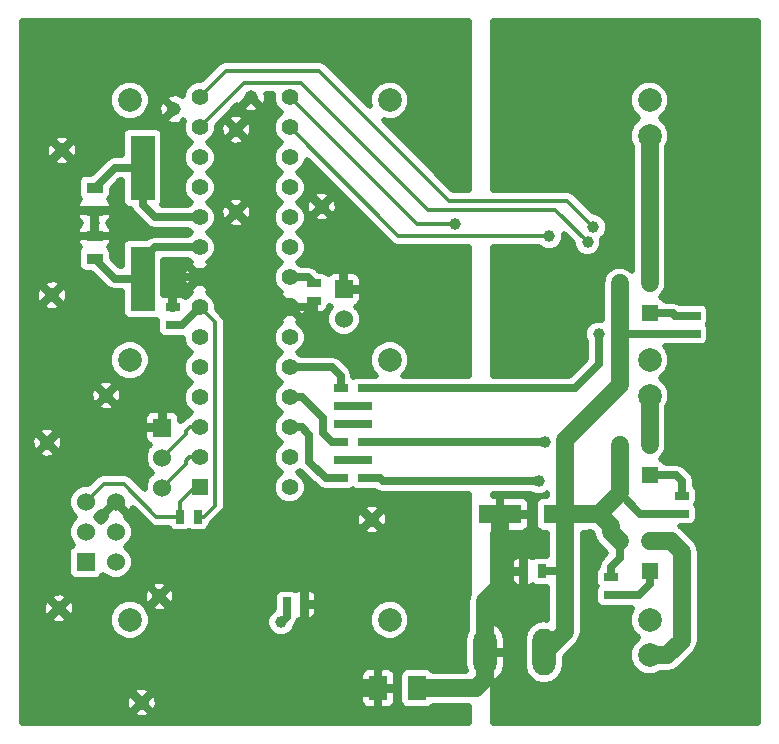
<source format=gbl>
G04 (created by PCBNEW (2013-jul-07)-stable) date nie, 13 lis 2016, 20:29:25*
%MOIN*%
G04 Gerber Fmt 3.4, Leading zero omitted, Abs format*
%FSLAX34Y34*%
G01*
G70*
G90*
G04 APERTURE LIST*
%ADD10C,0.00590551*%
%ADD11R,0.0787X0.2165*%
%ADD12R,0.055X0.055*%
%ADD13C,0.055*%
%ADD14R,0.045X0.025*%
%ADD15R,0.025X0.045*%
%ADD16C,0.0787402*%
%ADD17R,0.1417X0.063*%
%ADD18R,0.055X0.035*%
%ADD19R,0.06X0.06*%
%ADD20C,0.06*%
%ADD21O,0.078X0.156*%
%ADD22R,0.06X0.08*%
%ADD23C,0.045*%
%ADD24C,0.0393701*%
%ADD25C,0.025*%
%ADD26C,0.0590551*%
%ADD27C,0.014*%
%ADD28C,0.019685*%
G04 APERTURE END LIST*
G54D10*
G54D11*
X47866Y-31779D03*
X47866Y-35479D03*
G54D12*
X64766Y-36629D03*
G54D13*
X64766Y-35629D03*
X63766Y-35629D03*
G54D12*
X64766Y-42029D03*
G54D13*
X64766Y-41029D03*
X63766Y-41029D03*
G54D12*
X64766Y-45229D03*
G54D13*
X64766Y-44229D03*
X63766Y-44229D03*
G54D14*
X65846Y-42711D03*
X65846Y-43311D03*
G54D15*
X60566Y-45229D03*
X61166Y-45229D03*
G54D14*
X66240Y-36707D03*
X66240Y-37307D03*
X53566Y-35629D03*
X53566Y-36229D03*
X54466Y-40929D03*
X54466Y-40329D03*
X54466Y-39129D03*
X54466Y-39729D03*
X55266Y-40929D03*
X55266Y-40329D03*
X55266Y-39129D03*
X55266Y-39729D03*
G54D15*
X52666Y-46329D03*
X53266Y-46329D03*
X49109Y-43405D03*
X49709Y-43405D03*
G54D14*
X48866Y-37029D03*
X48866Y-36429D03*
X55266Y-42129D03*
X55266Y-41529D03*
X54466Y-42129D03*
X54466Y-41529D03*
X63466Y-46029D03*
X63466Y-45429D03*
G54D16*
X47440Y-46850D03*
X56102Y-46850D03*
X64763Y-46850D03*
X47440Y-38188D03*
X56102Y-38188D03*
X64763Y-38188D03*
X47440Y-29527D03*
X56102Y-29527D03*
X64763Y-29527D03*
X64763Y-30708D03*
X64763Y-39370D03*
X64763Y-48031D03*
G54D13*
X49766Y-41429D03*
X49766Y-40429D03*
X49766Y-39429D03*
X49766Y-38429D03*
X49766Y-37429D03*
X49766Y-36429D03*
X49766Y-35429D03*
X49766Y-34429D03*
X49766Y-33429D03*
X49766Y-32429D03*
X49766Y-31429D03*
X49766Y-30429D03*
X49766Y-29429D03*
G54D12*
X49766Y-42429D03*
G54D13*
X52766Y-29429D03*
X52766Y-30429D03*
X52766Y-31429D03*
X52766Y-32429D03*
X52766Y-33429D03*
X52766Y-34429D03*
X52766Y-35429D03*
X52766Y-36429D03*
X52766Y-37429D03*
X52766Y-38429D03*
X52766Y-39429D03*
X52766Y-40429D03*
X52766Y-41429D03*
X52766Y-42429D03*
G54D17*
X61949Y-43329D03*
X59783Y-43329D03*
G54D18*
X46266Y-32454D03*
X46266Y-33204D03*
X46266Y-34804D03*
X46266Y-34054D03*
G54D19*
X48523Y-40437D03*
G54D20*
X48523Y-41437D03*
X48523Y-42437D03*
G54D19*
X45966Y-44929D03*
G54D20*
X46966Y-44929D03*
X45966Y-43929D03*
X46966Y-43929D03*
X45966Y-42929D03*
X46966Y-42929D03*
G54D21*
X61256Y-47929D03*
X59276Y-47929D03*
G54D19*
X54566Y-35829D03*
G54D20*
X54566Y-36829D03*
G54D22*
X57016Y-49129D03*
X55716Y-49129D03*
G54D23*
X51476Y-29429D03*
X48917Y-29822D03*
X50984Y-33267D03*
X44842Y-36023D03*
X45177Y-31200D03*
X50984Y-30511D03*
X45078Y-46456D03*
X47834Y-49606D03*
X46653Y-39370D03*
X48425Y-46062D03*
X53838Y-33070D03*
X44685Y-40944D03*
X55511Y-43503D03*
G54D24*
X52480Y-46929D03*
X61417Y-34055D03*
X53267Y-46929D03*
X47366Y-33629D03*
X62893Y-33759D03*
X61266Y-40929D03*
X61066Y-42229D03*
X63066Y-37329D03*
X58267Y-33661D03*
X62696Y-34251D03*
G54D25*
X66240Y-37307D02*
X63766Y-37307D01*
X63766Y-37307D02*
X63766Y-37329D01*
X65846Y-43311D02*
X64448Y-43311D01*
X64448Y-43311D02*
X63766Y-42629D01*
X63766Y-44229D02*
X63766Y-44770D01*
X63466Y-45070D02*
X63466Y-45429D01*
X63766Y-44770D02*
X63466Y-45070D01*
X61949Y-45229D02*
X61566Y-45229D01*
X61566Y-45229D02*
X61166Y-45229D01*
G54D26*
X61949Y-47236D02*
X61949Y-45229D01*
X61949Y-45229D02*
X61949Y-43329D01*
X61256Y-47929D02*
X61949Y-47236D01*
X63066Y-43329D02*
X63466Y-43729D01*
X63466Y-43929D02*
X63766Y-44229D01*
X63466Y-43729D02*
X63466Y-43929D01*
X63766Y-41029D02*
X63766Y-42629D01*
X63066Y-43329D02*
X61949Y-43329D01*
X63766Y-42629D02*
X63066Y-43329D01*
X63766Y-35629D02*
X63766Y-37329D01*
X63766Y-37329D02*
X63766Y-39029D01*
X61949Y-40846D02*
X61949Y-43329D01*
X63766Y-39029D02*
X61949Y-40846D01*
X64766Y-44229D02*
X65488Y-44229D01*
X65354Y-48031D02*
X64763Y-48031D01*
X65846Y-47539D02*
X65354Y-48031D01*
X65846Y-44586D02*
X65846Y-47539D01*
X65488Y-44229D02*
X65846Y-44586D01*
X64763Y-39370D02*
X64763Y-41026D01*
X64763Y-41026D02*
X64766Y-41029D01*
X64766Y-35629D02*
X64766Y-30711D01*
X64766Y-30711D02*
X64763Y-30708D01*
G54D25*
X52766Y-35429D02*
X53366Y-35429D01*
X53366Y-35429D02*
X53566Y-35629D01*
X52666Y-46329D02*
X52666Y-46743D01*
X52666Y-46743D02*
X52480Y-46929D01*
G54D27*
X50266Y-41629D02*
X50266Y-43040D01*
X50266Y-41629D02*
X50266Y-36929D01*
X49766Y-36429D02*
X50266Y-36929D01*
X49901Y-43405D02*
X49709Y-43405D01*
X50266Y-43040D02*
X49901Y-43405D01*
G54D25*
X49766Y-36429D02*
X49166Y-37029D01*
X49166Y-37029D02*
X48866Y-37029D01*
G54D27*
X52766Y-30429D02*
X56392Y-34055D01*
X56392Y-34055D02*
X61417Y-34055D01*
G54D25*
X53267Y-46929D02*
X53267Y-49129D01*
X53267Y-49129D02*
X53267Y-49133D01*
X53267Y-49133D02*
X53267Y-49129D01*
X53266Y-46329D02*
X53266Y-46927D01*
X53266Y-46927D02*
X53267Y-46929D01*
G54D26*
X53616Y-49129D02*
X53267Y-49129D01*
X53866Y-49129D02*
X53616Y-49129D01*
X55716Y-49129D02*
X53866Y-49129D01*
X53267Y-49129D02*
X51366Y-49129D01*
X50366Y-48129D02*
X50366Y-45669D01*
X51366Y-49129D02*
X50366Y-48129D01*
G54D25*
X46966Y-42929D02*
X49706Y-45669D01*
X49706Y-45669D02*
X50366Y-45669D01*
G54D26*
X51166Y-42929D02*
X51166Y-37029D01*
X50366Y-45669D02*
X50366Y-43729D01*
X50366Y-43729D02*
X51166Y-42929D01*
X51166Y-37029D02*
X51166Y-36429D01*
G54D25*
X49766Y-35429D02*
X49266Y-35429D01*
X48866Y-35829D02*
X48866Y-36429D01*
X49266Y-35429D02*
X48866Y-35829D01*
X46266Y-34054D02*
X46941Y-34054D01*
X46941Y-34054D02*
X47366Y-33629D01*
X46941Y-33204D02*
X46266Y-33204D01*
X47366Y-33629D02*
X46941Y-33204D01*
X52766Y-36429D02*
X53366Y-36429D01*
X53366Y-36429D02*
X53566Y-36229D01*
G54D26*
X52766Y-36429D02*
X51166Y-36429D01*
X51166Y-36429D02*
X51266Y-36429D01*
X51266Y-36429D02*
X51166Y-36429D01*
X50666Y-35429D02*
X49766Y-35429D01*
X51166Y-36429D02*
X51166Y-35929D01*
X51166Y-35929D02*
X50666Y-35429D01*
X57016Y-49129D02*
X58966Y-49129D01*
X59276Y-48819D02*
X59276Y-47929D01*
X58966Y-49129D02*
X59276Y-48819D01*
G54D25*
X60566Y-45229D02*
X59783Y-45229D01*
X59783Y-45229D02*
X59866Y-45229D01*
X59866Y-45229D02*
X59783Y-45229D01*
G54D26*
X59783Y-43329D02*
X59783Y-45229D01*
X59783Y-45229D02*
X59783Y-45712D01*
X59276Y-46219D02*
X59276Y-47929D01*
X59783Y-45712D02*
X59276Y-46219D01*
G54D27*
X47244Y-42322D02*
X48326Y-43405D01*
X46572Y-42322D02*
X47244Y-42322D01*
X45966Y-42929D02*
X46572Y-42322D01*
X48326Y-43405D02*
X49109Y-43405D01*
X49766Y-42429D02*
X49598Y-42429D01*
X49109Y-42918D02*
X49109Y-43405D01*
X49598Y-42429D02*
X49109Y-42918D01*
X49766Y-29429D02*
X50651Y-28543D01*
X62007Y-32874D02*
X62893Y-33759D01*
X58070Y-32874D02*
X62007Y-32874D01*
X53740Y-28543D02*
X58070Y-32874D01*
X50651Y-28543D02*
X53740Y-28543D01*
G54D25*
X53416Y-41029D02*
X53416Y-41579D01*
X53966Y-42129D02*
X54466Y-42129D01*
X53416Y-41579D02*
X53966Y-42129D01*
X52766Y-40429D02*
X53166Y-40429D01*
X53416Y-40679D02*
X53416Y-41029D01*
X53416Y-41029D02*
X53416Y-40979D01*
X53166Y-40429D02*
X53416Y-40679D01*
X52766Y-39429D02*
X53166Y-39429D01*
X54166Y-40929D02*
X54466Y-40929D01*
X53866Y-40629D02*
X54166Y-40929D01*
X53866Y-40129D02*
X53866Y-40629D01*
X53166Y-39429D02*
X53866Y-40129D01*
X52766Y-38429D02*
X54166Y-38429D01*
X54466Y-38729D02*
X54466Y-39129D01*
X54166Y-38429D02*
X54466Y-38729D01*
X46266Y-32454D02*
X46941Y-31779D01*
X46941Y-31779D02*
X47866Y-31779D01*
X47866Y-31779D02*
X47866Y-33029D01*
X48266Y-33429D02*
X49766Y-33429D01*
X47866Y-33029D02*
X48266Y-33429D01*
X47866Y-35479D02*
X47866Y-34829D01*
X48266Y-34429D02*
X49766Y-34429D01*
X47866Y-34829D02*
X48266Y-34429D01*
X46266Y-34804D02*
X46941Y-35479D01*
X46941Y-35479D02*
X47866Y-35479D01*
X55266Y-40929D02*
X61266Y-40929D01*
X64766Y-42029D02*
X65651Y-42029D01*
X65846Y-42224D02*
X65846Y-42711D01*
X65651Y-42029D02*
X65846Y-42224D01*
X55266Y-42129D02*
X55766Y-42129D01*
X56566Y-42229D02*
X61066Y-42229D01*
X55866Y-42229D02*
X56566Y-42229D01*
X55766Y-42129D02*
X55866Y-42229D01*
X63466Y-46029D02*
X64403Y-46029D01*
X64766Y-45666D02*
X64766Y-45229D01*
X64403Y-46029D02*
X64766Y-45666D01*
X55266Y-39129D02*
X62266Y-39129D01*
X63066Y-38329D02*
X63066Y-37329D01*
X62266Y-39129D02*
X63066Y-38329D01*
X64766Y-36629D02*
X65536Y-36629D01*
X65614Y-36707D02*
X66240Y-36707D01*
X65536Y-36629D02*
X65614Y-36707D01*
X54466Y-41529D02*
X55266Y-41529D01*
X54466Y-40329D02*
X55266Y-40329D01*
X54466Y-39729D02*
X55266Y-39729D01*
G54D27*
X52766Y-29429D02*
X56998Y-33661D01*
X56998Y-33661D02*
X58267Y-33661D01*
X48523Y-42437D02*
X49311Y-41649D01*
X49417Y-41429D02*
X49766Y-41429D01*
X49311Y-41535D02*
X49417Y-41429D01*
X49311Y-41649D02*
X49311Y-41535D01*
X49766Y-30429D02*
X51258Y-28937D01*
X61614Y-33169D02*
X62696Y-34251D01*
X57381Y-33169D02*
X61614Y-33169D01*
X53149Y-28937D02*
X57381Y-33169D01*
X51258Y-28937D02*
X53149Y-28937D01*
X48523Y-41437D02*
X49311Y-40649D01*
X49433Y-40429D02*
X49766Y-40429D01*
X49311Y-40551D02*
X49433Y-40429D01*
X49311Y-40649D02*
X49311Y-40551D01*
G54D10*
G36*
X58759Y-50295D02*
X56314Y-50295D01*
X56314Y-49470D01*
X56314Y-48788D01*
X56314Y-48669D01*
X56268Y-48559D01*
X56184Y-48475D01*
X56075Y-48430D01*
X55830Y-48430D01*
X55755Y-48505D01*
X55755Y-49089D01*
X56239Y-49089D01*
X56314Y-49015D01*
X56314Y-48788D01*
X56314Y-49470D01*
X56314Y-49243D01*
X56239Y-49168D01*
X55755Y-49168D01*
X55755Y-49752D01*
X55830Y-49827D01*
X56075Y-49827D01*
X56184Y-49782D01*
X56268Y-49698D01*
X56314Y-49588D01*
X56314Y-49470D01*
X56314Y-50295D01*
X55676Y-50295D01*
X55676Y-49752D01*
X55676Y-49168D01*
X55676Y-49089D01*
X55676Y-48505D01*
X55602Y-48430D01*
X55357Y-48430D01*
X55247Y-48475D01*
X55163Y-48559D01*
X55117Y-48669D01*
X55117Y-48788D01*
X55117Y-49015D01*
X55192Y-49089D01*
X55676Y-49089D01*
X55676Y-49168D01*
X55192Y-49168D01*
X55117Y-49243D01*
X55117Y-49470D01*
X55117Y-49588D01*
X55163Y-49698D01*
X55247Y-49782D01*
X55357Y-49827D01*
X55602Y-49827D01*
X55676Y-49752D01*
X55676Y-50295D01*
X53689Y-50295D01*
X53689Y-46495D01*
X53689Y-46163D01*
X53689Y-46044D01*
X53643Y-45934D01*
X53559Y-45850D01*
X53450Y-45805D01*
X53380Y-45805D01*
X53305Y-45880D01*
X53305Y-46289D01*
X53614Y-46289D01*
X53689Y-46215D01*
X53689Y-46163D01*
X53689Y-46495D01*
X53689Y-46443D01*
X53614Y-46368D01*
X53305Y-46368D01*
X53305Y-46777D01*
X53380Y-46852D01*
X53450Y-46852D01*
X53559Y-46807D01*
X53643Y-46723D01*
X53689Y-46613D01*
X53689Y-46495D01*
X53689Y-50295D01*
X53226Y-50295D01*
X53226Y-46777D01*
X53226Y-46368D01*
X53218Y-46368D01*
X53218Y-46289D01*
X53226Y-46289D01*
X53226Y-45880D01*
X53152Y-45805D01*
X53082Y-45805D01*
X52972Y-45850D01*
X52963Y-45859D01*
X52958Y-45853D01*
X52850Y-45808D01*
X52732Y-45808D01*
X52482Y-45808D01*
X52374Y-45853D01*
X52290Y-45936D01*
X52245Y-46045D01*
X52245Y-46162D01*
X52245Y-46493D01*
X52201Y-46511D01*
X52063Y-46650D01*
X51988Y-46830D01*
X51988Y-47026D01*
X52062Y-47207D01*
X52201Y-47346D01*
X52381Y-47421D01*
X52577Y-47421D01*
X52758Y-47346D01*
X52897Y-47208D01*
X52972Y-47027D01*
X52972Y-47026D01*
X52972Y-47026D01*
X53054Y-46904D01*
X53065Y-46845D01*
X53082Y-46852D01*
X53152Y-46852D01*
X53226Y-46777D01*
X53226Y-50295D01*
X51771Y-50295D01*
X51771Y-29780D01*
X51476Y-29484D01*
X51180Y-29780D01*
X51195Y-29882D01*
X51390Y-29955D01*
X51598Y-29948D01*
X51757Y-29882D01*
X51771Y-29780D01*
X51771Y-50295D01*
X51510Y-50295D01*
X51510Y-33353D01*
X51510Y-30597D01*
X51503Y-30389D01*
X51437Y-30230D01*
X51335Y-30216D01*
X51279Y-30271D01*
X51279Y-30160D01*
X51265Y-30058D01*
X51070Y-29985D01*
X50862Y-29992D01*
X50703Y-30058D01*
X50688Y-30160D01*
X50984Y-30456D01*
X51279Y-30160D01*
X51279Y-30271D01*
X51039Y-30511D01*
X51335Y-30807D01*
X51437Y-30792D01*
X51510Y-30597D01*
X51510Y-33353D01*
X51503Y-33145D01*
X51437Y-32986D01*
X51335Y-32972D01*
X51279Y-33027D01*
X51279Y-32916D01*
X51279Y-30863D01*
X50984Y-30567D01*
X50928Y-30623D01*
X50928Y-30511D01*
X50632Y-30216D01*
X50530Y-30230D01*
X50457Y-30425D01*
X50464Y-30633D01*
X50530Y-30792D01*
X50632Y-30807D01*
X50928Y-30511D01*
X50928Y-30623D01*
X50688Y-30863D01*
X50703Y-30965D01*
X50898Y-31038D01*
X51106Y-31031D01*
X51265Y-30965D01*
X51279Y-30863D01*
X51279Y-32916D01*
X51265Y-32813D01*
X51070Y-32741D01*
X50862Y-32748D01*
X50703Y-32813D01*
X50688Y-32916D01*
X50984Y-33212D01*
X51279Y-32916D01*
X51279Y-33027D01*
X51039Y-33267D01*
X51335Y-33563D01*
X51437Y-33548D01*
X51510Y-33353D01*
X51510Y-50295D01*
X51279Y-50295D01*
X51279Y-33618D01*
X50984Y-33323D01*
X50928Y-33379D01*
X50928Y-33267D01*
X50632Y-32972D01*
X50530Y-32986D01*
X50457Y-33181D01*
X50464Y-33389D01*
X50530Y-33548D01*
X50632Y-33563D01*
X50928Y-33267D01*
X50928Y-33379D01*
X50688Y-33618D01*
X50703Y-33721D01*
X50898Y-33794D01*
X51106Y-33787D01*
X51265Y-33721D01*
X51279Y-33618D01*
X51279Y-50295D01*
X48951Y-50295D01*
X48951Y-46148D01*
X48944Y-45940D01*
X48878Y-45782D01*
X48776Y-45767D01*
X48720Y-45823D01*
X48720Y-45711D01*
X48706Y-45609D01*
X48511Y-45536D01*
X48303Y-45543D01*
X48144Y-45609D01*
X48129Y-45711D01*
X48425Y-46007D01*
X48720Y-45711D01*
X48720Y-45823D01*
X48480Y-46062D01*
X48776Y-46358D01*
X48878Y-46343D01*
X48951Y-46148D01*
X48951Y-50295D01*
X48720Y-50295D01*
X48720Y-46414D01*
X48425Y-46118D01*
X48369Y-46174D01*
X48369Y-46062D01*
X48073Y-45767D01*
X47971Y-45782D01*
X47898Y-45977D01*
X47905Y-46185D01*
X47971Y-46343D01*
X48073Y-46358D01*
X48369Y-46062D01*
X48369Y-46174D01*
X48129Y-46414D01*
X48144Y-46516D01*
X48339Y-46589D01*
X48547Y-46582D01*
X48706Y-46516D01*
X48720Y-46414D01*
X48720Y-50295D01*
X48361Y-50295D01*
X48361Y-49692D01*
X48354Y-49484D01*
X48288Y-49325D01*
X48185Y-49310D01*
X48130Y-49366D01*
X48130Y-49255D01*
X48130Y-49253D01*
X48130Y-46713D01*
X48025Y-46460D01*
X47831Y-46266D01*
X47578Y-46161D01*
X47304Y-46161D01*
X47051Y-46265D01*
X46857Y-46459D01*
X46752Y-46712D01*
X46751Y-46986D01*
X46856Y-47240D01*
X47050Y-47434D01*
X47303Y-47539D01*
X47577Y-47539D01*
X47830Y-47434D01*
X48024Y-47241D01*
X48129Y-46988D01*
X48130Y-46713D01*
X48130Y-49253D01*
X48115Y-49152D01*
X47920Y-49079D01*
X47712Y-49086D01*
X47553Y-49152D01*
X47539Y-49255D01*
X47834Y-49550D01*
X48130Y-49255D01*
X48130Y-49366D01*
X47890Y-49606D01*
X48185Y-49901D01*
X48288Y-49887D01*
X48361Y-49692D01*
X48361Y-50295D01*
X48130Y-50295D01*
X48130Y-49957D01*
X47834Y-49661D01*
X47778Y-49717D01*
X47778Y-49606D01*
X47483Y-49310D01*
X47380Y-49325D01*
X47307Y-49520D01*
X47315Y-49728D01*
X47380Y-49887D01*
X47483Y-49901D01*
X47778Y-49606D01*
X47778Y-49717D01*
X47539Y-49957D01*
X47553Y-50060D01*
X47748Y-50133D01*
X47956Y-50125D01*
X48115Y-50060D01*
X48130Y-49957D01*
X48130Y-50295D01*
X45605Y-50295D01*
X45605Y-46542D01*
X45598Y-46334D01*
X45532Y-46175D01*
X45429Y-46161D01*
X45374Y-46216D01*
X45374Y-46105D01*
X45369Y-46069D01*
X45369Y-36109D01*
X45362Y-35901D01*
X45296Y-35742D01*
X45193Y-35728D01*
X45138Y-35783D01*
X45138Y-35672D01*
X45123Y-35569D01*
X44928Y-35496D01*
X44720Y-35504D01*
X44561Y-35569D01*
X44546Y-35672D01*
X44842Y-35967D01*
X45138Y-35672D01*
X45138Y-35783D01*
X44898Y-36023D01*
X45193Y-36319D01*
X45296Y-36304D01*
X45369Y-36109D01*
X45369Y-46069D01*
X45359Y-46002D01*
X45211Y-45947D01*
X45211Y-41030D01*
X45204Y-40822D01*
X45138Y-40663D01*
X45138Y-40663D01*
X45138Y-36374D01*
X44842Y-36079D01*
X44786Y-36134D01*
X44786Y-36023D01*
X44491Y-35728D01*
X44388Y-35742D01*
X44315Y-35937D01*
X44323Y-36145D01*
X44388Y-36304D01*
X44491Y-36319D01*
X44786Y-36023D01*
X44786Y-36134D01*
X44546Y-36374D01*
X44561Y-36477D01*
X44756Y-36550D01*
X44964Y-36543D01*
X45123Y-36477D01*
X45138Y-36374D01*
X45138Y-40663D01*
X45036Y-40649D01*
X44980Y-40704D01*
X44980Y-40593D01*
X44966Y-40491D01*
X44771Y-40418D01*
X44562Y-40425D01*
X44404Y-40491D01*
X44389Y-40593D01*
X44685Y-40889D01*
X44980Y-40593D01*
X44980Y-40704D01*
X44740Y-40944D01*
X45036Y-41240D01*
X45138Y-41225D01*
X45211Y-41030D01*
X45211Y-45947D01*
X45164Y-45929D01*
X44980Y-45936D01*
X44980Y-41296D01*
X44685Y-41000D01*
X44629Y-41056D01*
X44629Y-40944D01*
X44333Y-40649D01*
X44231Y-40663D01*
X44158Y-40858D01*
X44165Y-41067D01*
X44231Y-41225D01*
X44333Y-41240D01*
X44629Y-40944D01*
X44629Y-41056D01*
X44389Y-41296D01*
X44404Y-41398D01*
X44599Y-41471D01*
X44807Y-41464D01*
X44966Y-41398D01*
X44980Y-41296D01*
X44980Y-45936D01*
X44956Y-45937D01*
X44797Y-46002D01*
X44783Y-46105D01*
X45078Y-46401D01*
X45374Y-46105D01*
X45374Y-46216D01*
X45134Y-46456D01*
X45429Y-46752D01*
X45532Y-46737D01*
X45605Y-46542D01*
X45605Y-50295D01*
X45374Y-50295D01*
X45374Y-46807D01*
X45078Y-46512D01*
X45023Y-46568D01*
X45023Y-46456D01*
X44727Y-46161D01*
X44625Y-46175D01*
X44552Y-46370D01*
X44559Y-46578D01*
X44625Y-46737D01*
X44727Y-46752D01*
X45023Y-46456D01*
X45023Y-46568D01*
X44783Y-46807D01*
X44797Y-46910D01*
X44992Y-46983D01*
X45200Y-46976D01*
X45359Y-46910D01*
X45374Y-46807D01*
X45374Y-50295D01*
X43828Y-50295D01*
X43828Y-26870D01*
X58759Y-26870D01*
X58759Y-32508D01*
X58222Y-32508D01*
X55905Y-30191D01*
X55964Y-30216D01*
X56238Y-30216D01*
X56492Y-30111D01*
X56686Y-29918D01*
X56791Y-29665D01*
X56791Y-29391D01*
X56686Y-29137D01*
X56493Y-28943D01*
X56240Y-28838D01*
X55965Y-28838D01*
X55712Y-28943D01*
X55518Y-29136D01*
X55413Y-29389D01*
X55413Y-29664D01*
X55438Y-29725D01*
X53998Y-28285D01*
X53879Y-28205D01*
X53740Y-28178D01*
X50651Y-28178D01*
X50512Y-28205D01*
X50393Y-28285D01*
X50393Y-28285D01*
X49819Y-28858D01*
X49653Y-28858D01*
X49443Y-28945D01*
X49282Y-29105D01*
X49195Y-29315D01*
X49195Y-29368D01*
X49003Y-29296D01*
X48795Y-29303D01*
X48636Y-29369D01*
X48621Y-29471D01*
X48917Y-29767D01*
X48922Y-29761D01*
X48978Y-29817D01*
X48973Y-29822D01*
X48978Y-29828D01*
X48922Y-29884D01*
X48917Y-29878D01*
X48861Y-29934D01*
X48861Y-29822D01*
X48566Y-29527D01*
X48463Y-29541D01*
X48390Y-29736D01*
X48397Y-29944D01*
X48463Y-30103D01*
X48566Y-30118D01*
X48861Y-29822D01*
X48861Y-29934D01*
X48621Y-30174D01*
X48636Y-30276D01*
X48831Y-30349D01*
X49039Y-30342D01*
X49198Y-30276D01*
X49212Y-30174D01*
X49212Y-30174D01*
X49242Y-30203D01*
X49212Y-30274D01*
X49195Y-30315D01*
X49195Y-30542D01*
X49282Y-30751D01*
X49442Y-30912D01*
X49483Y-30929D01*
X49443Y-30945D01*
X49282Y-31105D01*
X49195Y-31315D01*
X49195Y-31542D01*
X49282Y-31751D01*
X49442Y-31912D01*
X49483Y-31929D01*
X49443Y-31945D01*
X49282Y-32105D01*
X49195Y-32315D01*
X49195Y-32542D01*
X49282Y-32751D01*
X49442Y-32912D01*
X49483Y-32929D01*
X49443Y-32945D01*
X49379Y-33008D01*
X48518Y-33008D01*
X48554Y-32920D01*
X48554Y-32803D01*
X48554Y-30638D01*
X48510Y-30529D01*
X48427Y-30446D01*
X48318Y-30401D01*
X48201Y-30401D01*
X48130Y-30401D01*
X48130Y-29391D01*
X48025Y-29137D01*
X47831Y-28943D01*
X47578Y-28838D01*
X47304Y-28838D01*
X47051Y-28943D01*
X46857Y-29136D01*
X46752Y-29389D01*
X46751Y-29664D01*
X46856Y-29917D01*
X47050Y-30111D01*
X47303Y-30216D01*
X47577Y-30216D01*
X47830Y-30111D01*
X48024Y-29918D01*
X48129Y-29665D01*
X48130Y-29391D01*
X48130Y-30401D01*
X47414Y-30401D01*
X47305Y-30446D01*
X47222Y-30529D01*
X47177Y-30637D01*
X47177Y-30755D01*
X47177Y-31358D01*
X46941Y-31358D01*
X46780Y-31390D01*
X46712Y-31436D01*
X46643Y-31481D01*
X46142Y-31983D01*
X45932Y-31983D01*
X45824Y-32028D01*
X45740Y-32111D01*
X45703Y-32200D01*
X45703Y-31286D01*
X45696Y-31078D01*
X45630Y-30919D01*
X45528Y-30905D01*
X45472Y-30960D01*
X45472Y-30849D01*
X45458Y-30747D01*
X45263Y-30674D01*
X45055Y-30681D01*
X44896Y-30747D01*
X44881Y-30849D01*
X45177Y-31145D01*
X45472Y-30849D01*
X45472Y-30960D01*
X45232Y-31200D01*
X45528Y-31496D01*
X45630Y-31481D01*
X45703Y-31286D01*
X45703Y-32200D01*
X45695Y-32220D01*
X45695Y-32337D01*
X45695Y-32687D01*
X45740Y-32796D01*
X45771Y-32826D01*
X45738Y-32860D01*
X45692Y-32970D01*
X45692Y-33090D01*
X45767Y-33164D01*
X46226Y-33164D01*
X46226Y-33156D01*
X46305Y-33156D01*
X46305Y-33164D01*
X46764Y-33164D01*
X46839Y-33090D01*
X46839Y-32970D01*
X46794Y-32860D01*
X46760Y-32826D01*
X46791Y-32796D01*
X46836Y-32688D01*
X46836Y-32570D01*
X46836Y-32478D01*
X47115Y-32199D01*
X47177Y-32199D01*
X47177Y-32920D01*
X47222Y-33028D01*
X47305Y-33111D01*
X47413Y-33156D01*
X47471Y-33156D01*
X47477Y-33189D01*
X47568Y-33326D01*
X47968Y-33726D01*
X47968Y-33726D01*
X48105Y-33817D01*
X48266Y-33849D01*
X48266Y-33849D01*
X49379Y-33849D01*
X49442Y-33912D01*
X49483Y-33929D01*
X49443Y-33945D01*
X49379Y-34008D01*
X48266Y-34008D01*
X48105Y-34040D01*
X48014Y-34101D01*
X47414Y-34101D01*
X47305Y-34146D01*
X47222Y-34229D01*
X47177Y-34337D01*
X47177Y-34455D01*
X47177Y-35058D01*
X47115Y-35058D01*
X46836Y-34780D01*
X46836Y-34570D01*
X46791Y-34462D01*
X46760Y-34431D01*
X46794Y-34397D01*
X46839Y-34288D01*
X46839Y-33820D01*
X46794Y-33710D01*
X46713Y-33629D01*
X46794Y-33547D01*
X46839Y-33438D01*
X46839Y-33318D01*
X46764Y-33243D01*
X46305Y-33243D01*
X46305Y-33602D01*
X46331Y-33629D01*
X46305Y-33655D01*
X46305Y-34014D01*
X46764Y-34014D01*
X46839Y-33940D01*
X46839Y-33820D01*
X46839Y-34288D01*
X46839Y-34168D01*
X46764Y-34093D01*
X46305Y-34093D01*
X46305Y-34101D01*
X46226Y-34101D01*
X46226Y-34093D01*
X46226Y-34014D01*
X46226Y-33655D01*
X46200Y-33629D01*
X46226Y-33602D01*
X46226Y-33243D01*
X45767Y-33243D01*
X45692Y-33318D01*
X45692Y-33438D01*
X45738Y-33547D01*
X45819Y-33629D01*
X45738Y-33710D01*
X45692Y-33820D01*
X45692Y-33940D01*
X45767Y-34014D01*
X46226Y-34014D01*
X46226Y-34093D01*
X45767Y-34093D01*
X45692Y-34168D01*
X45692Y-34288D01*
X45738Y-34397D01*
X45771Y-34431D01*
X45740Y-34461D01*
X45695Y-34570D01*
X45695Y-34687D01*
X45695Y-35037D01*
X45740Y-35146D01*
X45823Y-35229D01*
X45932Y-35274D01*
X46049Y-35274D01*
X46142Y-35274D01*
X46643Y-35776D01*
X46643Y-35776D01*
X46712Y-35821D01*
X46780Y-35867D01*
X46780Y-35867D01*
X46941Y-35899D01*
X47177Y-35899D01*
X47177Y-36620D01*
X47222Y-36728D01*
X47305Y-36811D01*
X47413Y-36856D01*
X47531Y-36856D01*
X48318Y-36856D01*
X48345Y-36845D01*
X48345Y-36962D01*
X48345Y-37212D01*
X48390Y-37321D01*
X48473Y-37404D01*
X48582Y-37449D01*
X48699Y-37449D01*
X49149Y-37449D01*
X49149Y-37449D01*
X49166Y-37449D01*
X49166Y-37449D01*
X49195Y-37443D01*
X49195Y-37542D01*
X49282Y-37751D01*
X49442Y-37912D01*
X49483Y-37929D01*
X49443Y-37945D01*
X49282Y-38105D01*
X49195Y-38315D01*
X49195Y-38542D01*
X49282Y-38751D01*
X49442Y-38912D01*
X49483Y-38929D01*
X49443Y-38945D01*
X49282Y-39105D01*
X49195Y-39315D01*
X49195Y-39542D01*
X49282Y-39751D01*
X49442Y-39912D01*
X49483Y-39929D01*
X49443Y-39945D01*
X49297Y-40090D01*
X49293Y-40091D01*
X49174Y-40170D01*
X49122Y-40223D01*
X49122Y-40077D01*
X49076Y-39968D01*
X48992Y-39884D01*
X48883Y-39838D01*
X48764Y-39838D01*
X48637Y-39838D01*
X48562Y-39913D01*
X48562Y-40397D01*
X48570Y-40397D01*
X48570Y-40476D01*
X48562Y-40476D01*
X48562Y-40484D01*
X48484Y-40484D01*
X48484Y-40476D01*
X48484Y-40397D01*
X48484Y-39913D01*
X48409Y-39838D01*
X48282Y-39838D01*
X48164Y-39838D01*
X48130Y-39852D01*
X48130Y-38052D01*
X48025Y-37799D01*
X47831Y-37605D01*
X47578Y-37500D01*
X47304Y-37499D01*
X47051Y-37604D01*
X46857Y-37798D01*
X46752Y-38051D01*
X46751Y-38325D01*
X46856Y-38578D01*
X47050Y-38772D01*
X47303Y-38877D01*
X47577Y-38878D01*
X47830Y-38773D01*
X48024Y-38579D01*
X48129Y-38326D01*
X48130Y-38052D01*
X48130Y-39852D01*
X48054Y-39884D01*
X47970Y-39968D01*
X47925Y-40077D01*
X47925Y-40323D01*
X47999Y-40397D01*
X48484Y-40397D01*
X48484Y-40476D01*
X47999Y-40476D01*
X47925Y-40550D01*
X47925Y-40796D01*
X47970Y-40905D01*
X48054Y-40989D01*
X48107Y-41011D01*
X48019Y-41099D01*
X47928Y-41318D01*
X47928Y-41554D01*
X48018Y-41773D01*
X48181Y-41937D01*
X48019Y-42099D01*
X47928Y-42318D01*
X47928Y-42490D01*
X47502Y-42064D01*
X47383Y-41985D01*
X47244Y-41957D01*
X47180Y-41957D01*
X47180Y-39456D01*
X47173Y-39247D01*
X47107Y-39089D01*
X47004Y-39074D01*
X46949Y-39130D01*
X46949Y-39018D01*
X46934Y-38916D01*
X46739Y-38843D01*
X46531Y-38850D01*
X46372Y-38916D01*
X46357Y-39018D01*
X46653Y-39314D01*
X46949Y-39018D01*
X46949Y-39130D01*
X46709Y-39370D01*
X47004Y-39665D01*
X47107Y-39651D01*
X47180Y-39456D01*
X47180Y-41957D01*
X46949Y-41957D01*
X46949Y-39721D01*
X46653Y-39425D01*
X46597Y-39481D01*
X46597Y-39370D01*
X46302Y-39074D01*
X46199Y-39089D01*
X46126Y-39284D01*
X46134Y-39492D01*
X46199Y-39651D01*
X46302Y-39665D01*
X46597Y-39370D01*
X46597Y-39481D01*
X46357Y-39721D01*
X46372Y-39823D01*
X46567Y-39896D01*
X46775Y-39889D01*
X46934Y-39823D01*
X46949Y-39721D01*
X46949Y-41957D01*
X46572Y-41957D01*
X46572Y-41957D01*
X46432Y-41985D01*
X46314Y-42064D01*
X46314Y-42064D01*
X46044Y-42333D01*
X45848Y-42333D01*
X45629Y-42424D01*
X45472Y-42580D01*
X45472Y-31552D01*
X45177Y-31256D01*
X45121Y-31312D01*
X45121Y-31200D01*
X44825Y-30905D01*
X44723Y-30919D01*
X44650Y-31114D01*
X44657Y-31322D01*
X44723Y-31481D01*
X44825Y-31496D01*
X45121Y-31200D01*
X45121Y-31312D01*
X44881Y-31552D01*
X44896Y-31654D01*
X45091Y-31727D01*
X45299Y-31720D01*
X45458Y-31654D01*
X45472Y-31552D01*
X45472Y-42580D01*
X45461Y-42591D01*
X45370Y-42810D01*
X45370Y-43047D01*
X45461Y-43265D01*
X45624Y-43429D01*
X45461Y-43591D01*
X45370Y-43810D01*
X45370Y-44047D01*
X45461Y-44265D01*
X45551Y-44356D01*
X45499Y-44378D01*
X45415Y-44461D01*
X45370Y-44570D01*
X45370Y-44687D01*
X45370Y-45287D01*
X45415Y-45396D01*
X45498Y-45479D01*
X45607Y-45524D01*
X45724Y-45524D01*
X46324Y-45524D01*
X46433Y-45479D01*
X46516Y-45396D01*
X46538Y-45343D01*
X46628Y-45433D01*
X46847Y-45524D01*
X47084Y-45524D01*
X47302Y-45434D01*
X47470Y-45266D01*
X47561Y-45048D01*
X47561Y-44811D01*
X47471Y-44592D01*
X47307Y-44428D01*
X47470Y-44266D01*
X47561Y-44048D01*
X47561Y-43811D01*
X47471Y-43592D01*
X47303Y-43424D01*
X47297Y-43422D01*
X47315Y-43334D01*
X46966Y-42984D01*
X46616Y-43334D01*
X46635Y-43421D01*
X46629Y-43424D01*
X46466Y-43587D01*
X46307Y-43428D01*
X46470Y-43266D01*
X46473Y-43260D01*
X46560Y-43278D01*
X46910Y-42929D01*
X46904Y-42923D01*
X46960Y-42867D01*
X46966Y-42873D01*
X46971Y-42867D01*
X47027Y-42923D01*
X47021Y-42929D01*
X47371Y-43278D01*
X47481Y-43255D01*
X47531Y-43126D01*
X48068Y-43663D01*
X48068Y-43663D01*
X48186Y-43742D01*
X48186Y-43742D01*
X48326Y-43770D01*
X48722Y-43770D01*
X48733Y-43797D01*
X48816Y-43880D01*
X48925Y-43925D01*
X49042Y-43925D01*
X49292Y-43925D01*
X49401Y-43880D01*
X49409Y-43873D01*
X49416Y-43880D01*
X49525Y-43925D01*
X49642Y-43925D01*
X49892Y-43925D01*
X50001Y-43880D01*
X50084Y-43797D01*
X50129Y-43689D01*
X50129Y-43683D01*
X50159Y-43663D01*
X50524Y-43299D01*
X50524Y-43299D01*
X50524Y-43299D01*
X50603Y-43180D01*
X50631Y-43040D01*
X50631Y-43040D01*
X50631Y-43040D01*
X50631Y-41629D01*
X50631Y-36929D01*
X50603Y-36789D01*
X50603Y-36789D01*
X50524Y-36670D01*
X50342Y-36488D01*
X50342Y-35527D01*
X50336Y-35298D01*
X50261Y-35118D01*
X50153Y-35097D01*
X49821Y-35429D01*
X50153Y-35760D01*
X50261Y-35740D01*
X50342Y-35527D01*
X50342Y-36488D01*
X50336Y-36482D01*
X50336Y-36316D01*
X50249Y-36106D01*
X50089Y-35945D01*
X50057Y-35932D01*
X50077Y-35924D01*
X50097Y-35816D01*
X49766Y-35484D01*
X49710Y-35540D01*
X49710Y-35429D01*
X49378Y-35097D01*
X49271Y-35118D01*
X49189Y-35331D01*
X49196Y-35559D01*
X49271Y-35740D01*
X49378Y-35760D01*
X49710Y-35429D01*
X49710Y-35540D01*
X49434Y-35816D01*
X49455Y-35924D01*
X49475Y-35932D01*
X49443Y-35945D01*
X49298Y-36089D01*
X49260Y-36051D01*
X49150Y-36005D01*
X49032Y-36005D01*
X48980Y-36005D01*
X48905Y-36080D01*
X48905Y-36389D01*
X48913Y-36389D01*
X48913Y-36468D01*
X48905Y-36468D01*
X48905Y-36476D01*
X48826Y-36476D01*
X48826Y-36468D01*
X48818Y-36468D01*
X48818Y-36389D01*
X48826Y-36389D01*
X48826Y-36080D01*
X48752Y-36005D01*
X48700Y-36005D01*
X48581Y-36005D01*
X48554Y-36016D01*
X48554Y-34849D01*
X49379Y-34849D01*
X49442Y-34912D01*
X49475Y-34925D01*
X49455Y-34934D01*
X49434Y-35041D01*
X49766Y-35373D01*
X50097Y-35041D01*
X50077Y-34934D01*
X50056Y-34926D01*
X50088Y-34912D01*
X50249Y-34752D01*
X50336Y-34543D01*
X50336Y-34316D01*
X50249Y-34106D01*
X50089Y-33945D01*
X50049Y-33929D01*
X50088Y-33912D01*
X50249Y-33752D01*
X50336Y-33543D01*
X50336Y-33316D01*
X50249Y-33106D01*
X50089Y-32945D01*
X50049Y-32929D01*
X50088Y-32912D01*
X50249Y-32752D01*
X50336Y-32543D01*
X50336Y-32316D01*
X50249Y-32106D01*
X50089Y-31945D01*
X50049Y-31929D01*
X50088Y-31912D01*
X50249Y-31752D01*
X50336Y-31543D01*
X50336Y-31316D01*
X50249Y-31106D01*
X50089Y-30945D01*
X50049Y-30929D01*
X50088Y-30912D01*
X50249Y-30752D01*
X50336Y-30543D01*
X50336Y-30375D01*
X51016Y-29695D01*
X51022Y-29710D01*
X51125Y-29724D01*
X51420Y-29429D01*
X51415Y-29423D01*
X51470Y-29367D01*
X51476Y-29373D01*
X51481Y-29367D01*
X51537Y-29423D01*
X51532Y-29429D01*
X51827Y-29724D01*
X51930Y-29710D01*
X52003Y-29515D01*
X51995Y-29306D01*
X51993Y-29302D01*
X52201Y-29302D01*
X52195Y-29315D01*
X52195Y-29542D01*
X52282Y-29751D01*
X52442Y-29912D01*
X52483Y-29929D01*
X52443Y-29945D01*
X52282Y-30105D01*
X52195Y-30315D01*
X52195Y-30542D01*
X52282Y-30751D01*
X52442Y-30912D01*
X52483Y-30929D01*
X52443Y-30945D01*
X52282Y-31105D01*
X52195Y-31315D01*
X52195Y-31542D01*
X52282Y-31751D01*
X52442Y-31912D01*
X52483Y-31929D01*
X52443Y-31945D01*
X52282Y-32105D01*
X52195Y-32315D01*
X52195Y-32542D01*
X52282Y-32751D01*
X52442Y-32912D01*
X52483Y-32929D01*
X52443Y-32945D01*
X52282Y-33105D01*
X52195Y-33315D01*
X52195Y-33542D01*
X52282Y-33751D01*
X52442Y-33912D01*
X52483Y-33929D01*
X52443Y-33945D01*
X52282Y-34105D01*
X52195Y-34315D01*
X52195Y-34542D01*
X52282Y-34751D01*
X52442Y-34912D01*
X52483Y-34929D01*
X52443Y-34945D01*
X52282Y-35105D01*
X52195Y-35315D01*
X52195Y-35542D01*
X52282Y-35751D01*
X52442Y-35912D01*
X52475Y-35925D01*
X52455Y-35934D01*
X52434Y-36041D01*
X52766Y-36373D01*
X52771Y-36367D01*
X52827Y-36423D01*
X52821Y-36429D01*
X53153Y-36760D01*
X53261Y-36740D01*
X53294Y-36652D01*
X53400Y-36652D01*
X53452Y-36652D01*
X53526Y-36577D01*
X53526Y-36268D01*
X53518Y-36268D01*
X53518Y-36189D01*
X53526Y-36189D01*
X53526Y-36181D01*
X53605Y-36181D01*
X53605Y-36189D01*
X53613Y-36189D01*
X53613Y-36268D01*
X53605Y-36268D01*
X53605Y-36577D01*
X53680Y-36652D01*
X53732Y-36652D01*
X53850Y-36652D01*
X53960Y-36606D01*
X54044Y-36522D01*
X54089Y-36413D01*
X54089Y-36374D01*
X54096Y-36381D01*
X54149Y-36403D01*
X54061Y-36491D01*
X53970Y-36710D01*
X53970Y-36947D01*
X54061Y-37165D01*
X54228Y-37333D01*
X54447Y-37424D01*
X54684Y-37424D01*
X54902Y-37334D01*
X55070Y-37166D01*
X55161Y-36948D01*
X55161Y-36711D01*
X55071Y-36492D01*
X54982Y-36403D01*
X55035Y-36381D01*
X55119Y-36297D01*
X55164Y-36188D01*
X55164Y-35470D01*
X55119Y-35360D01*
X55035Y-35276D01*
X54925Y-35230D01*
X54807Y-35230D01*
X54680Y-35230D01*
X54605Y-35305D01*
X54605Y-35789D01*
X55089Y-35789D01*
X55164Y-35715D01*
X55164Y-35470D01*
X55164Y-36188D01*
X55164Y-35943D01*
X55089Y-35868D01*
X54605Y-35868D01*
X54605Y-35876D01*
X54526Y-35876D01*
X54526Y-35868D01*
X54518Y-35868D01*
X54518Y-35789D01*
X54526Y-35789D01*
X54526Y-35305D01*
X54452Y-35230D01*
X54365Y-35230D01*
X54365Y-33156D01*
X54358Y-32948D01*
X54292Y-32789D01*
X54189Y-32775D01*
X54134Y-32830D01*
X54134Y-32719D01*
X54119Y-32617D01*
X53924Y-32544D01*
X53716Y-32551D01*
X53557Y-32617D01*
X53543Y-32719D01*
X53838Y-33015D01*
X54134Y-32719D01*
X54134Y-32830D01*
X53894Y-33070D01*
X54189Y-33366D01*
X54292Y-33351D01*
X54365Y-33156D01*
X54365Y-35230D01*
X54325Y-35230D01*
X54206Y-35230D01*
X54134Y-35260D01*
X54134Y-33422D01*
X53838Y-33126D01*
X53782Y-33182D01*
X53782Y-33070D01*
X53487Y-32775D01*
X53384Y-32789D01*
X53311Y-32984D01*
X53319Y-33193D01*
X53384Y-33351D01*
X53487Y-33366D01*
X53782Y-33070D01*
X53782Y-33182D01*
X53543Y-33422D01*
X53557Y-33524D01*
X53752Y-33597D01*
X53960Y-33590D01*
X54119Y-33524D01*
X54134Y-33422D01*
X54134Y-35260D01*
X54096Y-35276D01*
X54038Y-35334D01*
X53958Y-35253D01*
X53850Y-35208D01*
X53740Y-35208D01*
X53663Y-35131D01*
X53526Y-35040D01*
X53366Y-35008D01*
X53152Y-35008D01*
X53089Y-34945D01*
X53049Y-34929D01*
X53088Y-34912D01*
X53249Y-34752D01*
X53336Y-34543D01*
X53336Y-34316D01*
X53249Y-34106D01*
X53089Y-33945D01*
X53049Y-33929D01*
X53088Y-33912D01*
X53249Y-33752D01*
X53336Y-33543D01*
X53336Y-33316D01*
X53249Y-33106D01*
X53089Y-32945D01*
X53049Y-32929D01*
X53088Y-32912D01*
X53249Y-32752D01*
X53336Y-32543D01*
X53336Y-32316D01*
X53249Y-32106D01*
X53089Y-31945D01*
X53049Y-31929D01*
X53088Y-31912D01*
X53249Y-31752D01*
X53336Y-31543D01*
X53336Y-31515D01*
X56133Y-34313D01*
X56133Y-34313D01*
X56252Y-34392D01*
X56392Y-34420D01*
X56392Y-34420D01*
X56392Y-34420D01*
X58759Y-34420D01*
X58759Y-38708D01*
X56556Y-38708D01*
X56686Y-38579D01*
X56791Y-38326D01*
X56791Y-38052D01*
X56686Y-37799D01*
X56493Y-37605D01*
X56240Y-37500D01*
X55965Y-37499D01*
X55712Y-37604D01*
X55518Y-37798D01*
X55413Y-38051D01*
X55413Y-38325D01*
X55517Y-38578D01*
X55647Y-38708D01*
X55491Y-38708D01*
X55432Y-38708D01*
X54982Y-38708D01*
X54886Y-38748D01*
X54886Y-38729D01*
X54886Y-38729D01*
X54854Y-38568D01*
X54854Y-38568D01*
X54808Y-38500D01*
X54763Y-38431D01*
X54763Y-38431D01*
X54463Y-38131D01*
X54326Y-38040D01*
X54166Y-38008D01*
X53152Y-38008D01*
X53089Y-37945D01*
X53049Y-37929D01*
X53088Y-37912D01*
X53249Y-37752D01*
X53336Y-37543D01*
X53336Y-37316D01*
X53249Y-37106D01*
X53089Y-36945D01*
X53057Y-36932D01*
X53077Y-36924D01*
X53097Y-36816D01*
X52766Y-36484D01*
X52710Y-36540D01*
X52710Y-36429D01*
X52378Y-36097D01*
X52271Y-36118D01*
X52189Y-36331D01*
X52196Y-36559D01*
X52271Y-36740D01*
X52378Y-36760D01*
X52710Y-36429D01*
X52710Y-36540D01*
X52434Y-36816D01*
X52455Y-36924D01*
X52475Y-36932D01*
X52443Y-36945D01*
X52282Y-37105D01*
X52195Y-37315D01*
X52195Y-37542D01*
X52282Y-37751D01*
X52442Y-37912D01*
X52483Y-37929D01*
X52443Y-37945D01*
X52282Y-38105D01*
X52195Y-38315D01*
X52195Y-38542D01*
X52282Y-38751D01*
X52442Y-38912D01*
X52483Y-38929D01*
X52443Y-38945D01*
X52282Y-39105D01*
X52195Y-39315D01*
X52195Y-39542D01*
X52282Y-39751D01*
X52442Y-39912D01*
X52483Y-39929D01*
X52443Y-39945D01*
X52282Y-40105D01*
X52195Y-40315D01*
X52195Y-40542D01*
X52282Y-40751D01*
X52442Y-40912D01*
X52483Y-40929D01*
X52443Y-40945D01*
X52282Y-41105D01*
X52195Y-41315D01*
X52195Y-41542D01*
X52282Y-41751D01*
X52442Y-41912D01*
X52483Y-41929D01*
X52443Y-41945D01*
X52282Y-42105D01*
X52195Y-42315D01*
X52195Y-42542D01*
X52282Y-42751D01*
X52442Y-42912D01*
X52652Y-42999D01*
X52879Y-42999D01*
X53088Y-42912D01*
X53249Y-42752D01*
X53336Y-42543D01*
X53336Y-42316D01*
X53249Y-42106D01*
X53089Y-41945D01*
X53049Y-41929D01*
X53088Y-41912D01*
X53122Y-41879D01*
X53668Y-42426D01*
X53668Y-42426D01*
X53737Y-42471D01*
X53805Y-42517D01*
X53805Y-42517D01*
X53966Y-42549D01*
X54240Y-42549D01*
X54299Y-42549D01*
X54749Y-42549D01*
X54858Y-42504D01*
X54866Y-42496D01*
X54873Y-42504D01*
X54982Y-42549D01*
X55099Y-42549D01*
X55549Y-42549D01*
X55549Y-42549D01*
X55603Y-42549D01*
X55637Y-42571D01*
X55705Y-42617D01*
X55705Y-42617D01*
X55866Y-42649D01*
X56566Y-42649D01*
X58759Y-42649D01*
X58759Y-45949D01*
X58730Y-45993D01*
X58685Y-46219D01*
X58685Y-47192D01*
X58643Y-47255D01*
X58590Y-47518D01*
X58590Y-48340D01*
X58630Y-48538D01*
X57543Y-48538D01*
X57483Y-48478D01*
X57375Y-48433D01*
X57257Y-48433D01*
X56791Y-48433D01*
X56791Y-46713D01*
X56686Y-46460D01*
X56493Y-46266D01*
X56240Y-46161D01*
X56038Y-46161D01*
X56038Y-43589D01*
X56031Y-43381D01*
X55965Y-43222D01*
X55863Y-43208D01*
X55807Y-43264D01*
X55807Y-43152D01*
X55792Y-43050D01*
X55597Y-42977D01*
X55389Y-42984D01*
X55230Y-43050D01*
X55216Y-43152D01*
X55511Y-43448D01*
X55807Y-43152D01*
X55807Y-43264D01*
X55567Y-43503D01*
X55863Y-43799D01*
X55965Y-43784D01*
X56038Y-43589D01*
X56038Y-46161D01*
X55965Y-46161D01*
X55807Y-46226D01*
X55807Y-43855D01*
X55511Y-43559D01*
X55456Y-43615D01*
X55456Y-43503D01*
X55160Y-43208D01*
X55058Y-43222D01*
X54985Y-43417D01*
X54992Y-43626D01*
X55058Y-43784D01*
X55160Y-43799D01*
X55456Y-43503D01*
X55456Y-43615D01*
X55216Y-43855D01*
X55230Y-43957D01*
X55425Y-44030D01*
X55633Y-44023D01*
X55792Y-43957D01*
X55807Y-43855D01*
X55807Y-46226D01*
X55712Y-46265D01*
X55518Y-46459D01*
X55413Y-46712D01*
X55413Y-46986D01*
X55517Y-47240D01*
X55711Y-47434D01*
X55964Y-47539D01*
X56238Y-47539D01*
X56492Y-47434D01*
X56686Y-47241D01*
X56791Y-46988D01*
X56791Y-46713D01*
X56791Y-48433D01*
X56657Y-48433D01*
X56549Y-48478D01*
X56465Y-48561D01*
X56420Y-48670D01*
X56420Y-48787D01*
X56420Y-49587D01*
X56465Y-49696D01*
X56548Y-49779D01*
X56657Y-49824D01*
X56774Y-49824D01*
X57374Y-49824D01*
X57483Y-49779D01*
X57543Y-49719D01*
X58759Y-49719D01*
X58759Y-50295D01*
X58759Y-50295D01*
G37*
G54D28*
X58759Y-50295D02*
X56314Y-50295D01*
X56314Y-49470D01*
X56314Y-48788D01*
X56314Y-48669D01*
X56268Y-48559D01*
X56184Y-48475D01*
X56075Y-48430D01*
X55830Y-48430D01*
X55755Y-48505D01*
X55755Y-49089D01*
X56239Y-49089D01*
X56314Y-49015D01*
X56314Y-48788D01*
X56314Y-49470D01*
X56314Y-49243D01*
X56239Y-49168D01*
X55755Y-49168D01*
X55755Y-49752D01*
X55830Y-49827D01*
X56075Y-49827D01*
X56184Y-49782D01*
X56268Y-49698D01*
X56314Y-49588D01*
X56314Y-49470D01*
X56314Y-50295D01*
X55676Y-50295D01*
X55676Y-49752D01*
X55676Y-49168D01*
X55676Y-49089D01*
X55676Y-48505D01*
X55602Y-48430D01*
X55357Y-48430D01*
X55247Y-48475D01*
X55163Y-48559D01*
X55117Y-48669D01*
X55117Y-48788D01*
X55117Y-49015D01*
X55192Y-49089D01*
X55676Y-49089D01*
X55676Y-49168D01*
X55192Y-49168D01*
X55117Y-49243D01*
X55117Y-49470D01*
X55117Y-49588D01*
X55163Y-49698D01*
X55247Y-49782D01*
X55357Y-49827D01*
X55602Y-49827D01*
X55676Y-49752D01*
X55676Y-50295D01*
X53689Y-50295D01*
X53689Y-46495D01*
X53689Y-46163D01*
X53689Y-46044D01*
X53643Y-45934D01*
X53559Y-45850D01*
X53450Y-45805D01*
X53380Y-45805D01*
X53305Y-45880D01*
X53305Y-46289D01*
X53614Y-46289D01*
X53689Y-46215D01*
X53689Y-46163D01*
X53689Y-46495D01*
X53689Y-46443D01*
X53614Y-46368D01*
X53305Y-46368D01*
X53305Y-46777D01*
X53380Y-46852D01*
X53450Y-46852D01*
X53559Y-46807D01*
X53643Y-46723D01*
X53689Y-46613D01*
X53689Y-46495D01*
X53689Y-50295D01*
X53226Y-50295D01*
X53226Y-46777D01*
X53226Y-46368D01*
X53218Y-46368D01*
X53218Y-46289D01*
X53226Y-46289D01*
X53226Y-45880D01*
X53152Y-45805D01*
X53082Y-45805D01*
X52972Y-45850D01*
X52963Y-45859D01*
X52958Y-45853D01*
X52850Y-45808D01*
X52732Y-45808D01*
X52482Y-45808D01*
X52374Y-45853D01*
X52290Y-45936D01*
X52245Y-46045D01*
X52245Y-46162D01*
X52245Y-46493D01*
X52201Y-46511D01*
X52063Y-46650D01*
X51988Y-46830D01*
X51988Y-47026D01*
X52062Y-47207D01*
X52201Y-47346D01*
X52381Y-47421D01*
X52577Y-47421D01*
X52758Y-47346D01*
X52897Y-47208D01*
X52972Y-47027D01*
X52972Y-47026D01*
X52972Y-47026D01*
X53054Y-46904D01*
X53065Y-46845D01*
X53082Y-46852D01*
X53152Y-46852D01*
X53226Y-46777D01*
X53226Y-50295D01*
X51771Y-50295D01*
X51771Y-29780D01*
X51476Y-29484D01*
X51180Y-29780D01*
X51195Y-29882D01*
X51390Y-29955D01*
X51598Y-29948D01*
X51757Y-29882D01*
X51771Y-29780D01*
X51771Y-50295D01*
X51510Y-50295D01*
X51510Y-33353D01*
X51510Y-30597D01*
X51503Y-30389D01*
X51437Y-30230D01*
X51335Y-30216D01*
X51279Y-30271D01*
X51279Y-30160D01*
X51265Y-30058D01*
X51070Y-29985D01*
X50862Y-29992D01*
X50703Y-30058D01*
X50688Y-30160D01*
X50984Y-30456D01*
X51279Y-30160D01*
X51279Y-30271D01*
X51039Y-30511D01*
X51335Y-30807D01*
X51437Y-30792D01*
X51510Y-30597D01*
X51510Y-33353D01*
X51503Y-33145D01*
X51437Y-32986D01*
X51335Y-32972D01*
X51279Y-33027D01*
X51279Y-32916D01*
X51279Y-30863D01*
X50984Y-30567D01*
X50928Y-30623D01*
X50928Y-30511D01*
X50632Y-30216D01*
X50530Y-30230D01*
X50457Y-30425D01*
X50464Y-30633D01*
X50530Y-30792D01*
X50632Y-30807D01*
X50928Y-30511D01*
X50928Y-30623D01*
X50688Y-30863D01*
X50703Y-30965D01*
X50898Y-31038D01*
X51106Y-31031D01*
X51265Y-30965D01*
X51279Y-30863D01*
X51279Y-32916D01*
X51265Y-32813D01*
X51070Y-32741D01*
X50862Y-32748D01*
X50703Y-32813D01*
X50688Y-32916D01*
X50984Y-33212D01*
X51279Y-32916D01*
X51279Y-33027D01*
X51039Y-33267D01*
X51335Y-33563D01*
X51437Y-33548D01*
X51510Y-33353D01*
X51510Y-50295D01*
X51279Y-50295D01*
X51279Y-33618D01*
X50984Y-33323D01*
X50928Y-33379D01*
X50928Y-33267D01*
X50632Y-32972D01*
X50530Y-32986D01*
X50457Y-33181D01*
X50464Y-33389D01*
X50530Y-33548D01*
X50632Y-33563D01*
X50928Y-33267D01*
X50928Y-33379D01*
X50688Y-33618D01*
X50703Y-33721D01*
X50898Y-33794D01*
X51106Y-33787D01*
X51265Y-33721D01*
X51279Y-33618D01*
X51279Y-50295D01*
X48951Y-50295D01*
X48951Y-46148D01*
X48944Y-45940D01*
X48878Y-45782D01*
X48776Y-45767D01*
X48720Y-45823D01*
X48720Y-45711D01*
X48706Y-45609D01*
X48511Y-45536D01*
X48303Y-45543D01*
X48144Y-45609D01*
X48129Y-45711D01*
X48425Y-46007D01*
X48720Y-45711D01*
X48720Y-45823D01*
X48480Y-46062D01*
X48776Y-46358D01*
X48878Y-46343D01*
X48951Y-46148D01*
X48951Y-50295D01*
X48720Y-50295D01*
X48720Y-46414D01*
X48425Y-46118D01*
X48369Y-46174D01*
X48369Y-46062D01*
X48073Y-45767D01*
X47971Y-45782D01*
X47898Y-45977D01*
X47905Y-46185D01*
X47971Y-46343D01*
X48073Y-46358D01*
X48369Y-46062D01*
X48369Y-46174D01*
X48129Y-46414D01*
X48144Y-46516D01*
X48339Y-46589D01*
X48547Y-46582D01*
X48706Y-46516D01*
X48720Y-46414D01*
X48720Y-50295D01*
X48361Y-50295D01*
X48361Y-49692D01*
X48354Y-49484D01*
X48288Y-49325D01*
X48185Y-49310D01*
X48130Y-49366D01*
X48130Y-49255D01*
X48130Y-49253D01*
X48130Y-46713D01*
X48025Y-46460D01*
X47831Y-46266D01*
X47578Y-46161D01*
X47304Y-46161D01*
X47051Y-46265D01*
X46857Y-46459D01*
X46752Y-46712D01*
X46751Y-46986D01*
X46856Y-47240D01*
X47050Y-47434D01*
X47303Y-47539D01*
X47577Y-47539D01*
X47830Y-47434D01*
X48024Y-47241D01*
X48129Y-46988D01*
X48130Y-46713D01*
X48130Y-49253D01*
X48115Y-49152D01*
X47920Y-49079D01*
X47712Y-49086D01*
X47553Y-49152D01*
X47539Y-49255D01*
X47834Y-49550D01*
X48130Y-49255D01*
X48130Y-49366D01*
X47890Y-49606D01*
X48185Y-49901D01*
X48288Y-49887D01*
X48361Y-49692D01*
X48361Y-50295D01*
X48130Y-50295D01*
X48130Y-49957D01*
X47834Y-49661D01*
X47778Y-49717D01*
X47778Y-49606D01*
X47483Y-49310D01*
X47380Y-49325D01*
X47307Y-49520D01*
X47315Y-49728D01*
X47380Y-49887D01*
X47483Y-49901D01*
X47778Y-49606D01*
X47778Y-49717D01*
X47539Y-49957D01*
X47553Y-50060D01*
X47748Y-50133D01*
X47956Y-50125D01*
X48115Y-50060D01*
X48130Y-49957D01*
X48130Y-50295D01*
X45605Y-50295D01*
X45605Y-46542D01*
X45598Y-46334D01*
X45532Y-46175D01*
X45429Y-46161D01*
X45374Y-46216D01*
X45374Y-46105D01*
X45369Y-46069D01*
X45369Y-36109D01*
X45362Y-35901D01*
X45296Y-35742D01*
X45193Y-35728D01*
X45138Y-35783D01*
X45138Y-35672D01*
X45123Y-35569D01*
X44928Y-35496D01*
X44720Y-35504D01*
X44561Y-35569D01*
X44546Y-35672D01*
X44842Y-35967D01*
X45138Y-35672D01*
X45138Y-35783D01*
X44898Y-36023D01*
X45193Y-36319D01*
X45296Y-36304D01*
X45369Y-36109D01*
X45369Y-46069D01*
X45359Y-46002D01*
X45211Y-45947D01*
X45211Y-41030D01*
X45204Y-40822D01*
X45138Y-40663D01*
X45138Y-40663D01*
X45138Y-36374D01*
X44842Y-36079D01*
X44786Y-36134D01*
X44786Y-36023D01*
X44491Y-35728D01*
X44388Y-35742D01*
X44315Y-35937D01*
X44323Y-36145D01*
X44388Y-36304D01*
X44491Y-36319D01*
X44786Y-36023D01*
X44786Y-36134D01*
X44546Y-36374D01*
X44561Y-36477D01*
X44756Y-36550D01*
X44964Y-36543D01*
X45123Y-36477D01*
X45138Y-36374D01*
X45138Y-40663D01*
X45036Y-40649D01*
X44980Y-40704D01*
X44980Y-40593D01*
X44966Y-40491D01*
X44771Y-40418D01*
X44562Y-40425D01*
X44404Y-40491D01*
X44389Y-40593D01*
X44685Y-40889D01*
X44980Y-40593D01*
X44980Y-40704D01*
X44740Y-40944D01*
X45036Y-41240D01*
X45138Y-41225D01*
X45211Y-41030D01*
X45211Y-45947D01*
X45164Y-45929D01*
X44980Y-45936D01*
X44980Y-41296D01*
X44685Y-41000D01*
X44629Y-41056D01*
X44629Y-40944D01*
X44333Y-40649D01*
X44231Y-40663D01*
X44158Y-40858D01*
X44165Y-41067D01*
X44231Y-41225D01*
X44333Y-41240D01*
X44629Y-40944D01*
X44629Y-41056D01*
X44389Y-41296D01*
X44404Y-41398D01*
X44599Y-41471D01*
X44807Y-41464D01*
X44966Y-41398D01*
X44980Y-41296D01*
X44980Y-45936D01*
X44956Y-45937D01*
X44797Y-46002D01*
X44783Y-46105D01*
X45078Y-46401D01*
X45374Y-46105D01*
X45374Y-46216D01*
X45134Y-46456D01*
X45429Y-46752D01*
X45532Y-46737D01*
X45605Y-46542D01*
X45605Y-50295D01*
X45374Y-50295D01*
X45374Y-46807D01*
X45078Y-46512D01*
X45023Y-46568D01*
X45023Y-46456D01*
X44727Y-46161D01*
X44625Y-46175D01*
X44552Y-46370D01*
X44559Y-46578D01*
X44625Y-46737D01*
X44727Y-46752D01*
X45023Y-46456D01*
X45023Y-46568D01*
X44783Y-46807D01*
X44797Y-46910D01*
X44992Y-46983D01*
X45200Y-46976D01*
X45359Y-46910D01*
X45374Y-46807D01*
X45374Y-50295D01*
X43828Y-50295D01*
X43828Y-26870D01*
X58759Y-26870D01*
X58759Y-32508D01*
X58222Y-32508D01*
X55905Y-30191D01*
X55964Y-30216D01*
X56238Y-30216D01*
X56492Y-30111D01*
X56686Y-29918D01*
X56791Y-29665D01*
X56791Y-29391D01*
X56686Y-29137D01*
X56493Y-28943D01*
X56240Y-28838D01*
X55965Y-28838D01*
X55712Y-28943D01*
X55518Y-29136D01*
X55413Y-29389D01*
X55413Y-29664D01*
X55438Y-29725D01*
X53998Y-28285D01*
X53879Y-28205D01*
X53740Y-28178D01*
X50651Y-28178D01*
X50512Y-28205D01*
X50393Y-28285D01*
X50393Y-28285D01*
X49819Y-28858D01*
X49653Y-28858D01*
X49443Y-28945D01*
X49282Y-29105D01*
X49195Y-29315D01*
X49195Y-29368D01*
X49003Y-29296D01*
X48795Y-29303D01*
X48636Y-29369D01*
X48621Y-29471D01*
X48917Y-29767D01*
X48922Y-29761D01*
X48978Y-29817D01*
X48973Y-29822D01*
X48978Y-29828D01*
X48922Y-29884D01*
X48917Y-29878D01*
X48861Y-29934D01*
X48861Y-29822D01*
X48566Y-29527D01*
X48463Y-29541D01*
X48390Y-29736D01*
X48397Y-29944D01*
X48463Y-30103D01*
X48566Y-30118D01*
X48861Y-29822D01*
X48861Y-29934D01*
X48621Y-30174D01*
X48636Y-30276D01*
X48831Y-30349D01*
X49039Y-30342D01*
X49198Y-30276D01*
X49212Y-30174D01*
X49212Y-30174D01*
X49242Y-30203D01*
X49212Y-30274D01*
X49195Y-30315D01*
X49195Y-30542D01*
X49282Y-30751D01*
X49442Y-30912D01*
X49483Y-30929D01*
X49443Y-30945D01*
X49282Y-31105D01*
X49195Y-31315D01*
X49195Y-31542D01*
X49282Y-31751D01*
X49442Y-31912D01*
X49483Y-31929D01*
X49443Y-31945D01*
X49282Y-32105D01*
X49195Y-32315D01*
X49195Y-32542D01*
X49282Y-32751D01*
X49442Y-32912D01*
X49483Y-32929D01*
X49443Y-32945D01*
X49379Y-33008D01*
X48518Y-33008D01*
X48554Y-32920D01*
X48554Y-32803D01*
X48554Y-30638D01*
X48510Y-30529D01*
X48427Y-30446D01*
X48318Y-30401D01*
X48201Y-30401D01*
X48130Y-30401D01*
X48130Y-29391D01*
X48025Y-29137D01*
X47831Y-28943D01*
X47578Y-28838D01*
X47304Y-28838D01*
X47051Y-28943D01*
X46857Y-29136D01*
X46752Y-29389D01*
X46751Y-29664D01*
X46856Y-29917D01*
X47050Y-30111D01*
X47303Y-30216D01*
X47577Y-30216D01*
X47830Y-30111D01*
X48024Y-29918D01*
X48129Y-29665D01*
X48130Y-29391D01*
X48130Y-30401D01*
X47414Y-30401D01*
X47305Y-30446D01*
X47222Y-30529D01*
X47177Y-30637D01*
X47177Y-30755D01*
X47177Y-31358D01*
X46941Y-31358D01*
X46780Y-31390D01*
X46712Y-31436D01*
X46643Y-31481D01*
X46142Y-31983D01*
X45932Y-31983D01*
X45824Y-32028D01*
X45740Y-32111D01*
X45703Y-32200D01*
X45703Y-31286D01*
X45696Y-31078D01*
X45630Y-30919D01*
X45528Y-30905D01*
X45472Y-30960D01*
X45472Y-30849D01*
X45458Y-30747D01*
X45263Y-30674D01*
X45055Y-30681D01*
X44896Y-30747D01*
X44881Y-30849D01*
X45177Y-31145D01*
X45472Y-30849D01*
X45472Y-30960D01*
X45232Y-31200D01*
X45528Y-31496D01*
X45630Y-31481D01*
X45703Y-31286D01*
X45703Y-32200D01*
X45695Y-32220D01*
X45695Y-32337D01*
X45695Y-32687D01*
X45740Y-32796D01*
X45771Y-32826D01*
X45738Y-32860D01*
X45692Y-32970D01*
X45692Y-33090D01*
X45767Y-33164D01*
X46226Y-33164D01*
X46226Y-33156D01*
X46305Y-33156D01*
X46305Y-33164D01*
X46764Y-33164D01*
X46839Y-33090D01*
X46839Y-32970D01*
X46794Y-32860D01*
X46760Y-32826D01*
X46791Y-32796D01*
X46836Y-32688D01*
X46836Y-32570D01*
X46836Y-32478D01*
X47115Y-32199D01*
X47177Y-32199D01*
X47177Y-32920D01*
X47222Y-33028D01*
X47305Y-33111D01*
X47413Y-33156D01*
X47471Y-33156D01*
X47477Y-33189D01*
X47568Y-33326D01*
X47968Y-33726D01*
X47968Y-33726D01*
X48105Y-33817D01*
X48266Y-33849D01*
X48266Y-33849D01*
X49379Y-33849D01*
X49442Y-33912D01*
X49483Y-33929D01*
X49443Y-33945D01*
X49379Y-34008D01*
X48266Y-34008D01*
X48105Y-34040D01*
X48014Y-34101D01*
X47414Y-34101D01*
X47305Y-34146D01*
X47222Y-34229D01*
X47177Y-34337D01*
X47177Y-34455D01*
X47177Y-35058D01*
X47115Y-35058D01*
X46836Y-34780D01*
X46836Y-34570D01*
X46791Y-34462D01*
X46760Y-34431D01*
X46794Y-34397D01*
X46839Y-34288D01*
X46839Y-33820D01*
X46794Y-33710D01*
X46713Y-33629D01*
X46794Y-33547D01*
X46839Y-33438D01*
X46839Y-33318D01*
X46764Y-33243D01*
X46305Y-33243D01*
X46305Y-33602D01*
X46331Y-33629D01*
X46305Y-33655D01*
X46305Y-34014D01*
X46764Y-34014D01*
X46839Y-33940D01*
X46839Y-33820D01*
X46839Y-34288D01*
X46839Y-34168D01*
X46764Y-34093D01*
X46305Y-34093D01*
X46305Y-34101D01*
X46226Y-34101D01*
X46226Y-34093D01*
X46226Y-34014D01*
X46226Y-33655D01*
X46200Y-33629D01*
X46226Y-33602D01*
X46226Y-33243D01*
X45767Y-33243D01*
X45692Y-33318D01*
X45692Y-33438D01*
X45738Y-33547D01*
X45819Y-33629D01*
X45738Y-33710D01*
X45692Y-33820D01*
X45692Y-33940D01*
X45767Y-34014D01*
X46226Y-34014D01*
X46226Y-34093D01*
X45767Y-34093D01*
X45692Y-34168D01*
X45692Y-34288D01*
X45738Y-34397D01*
X45771Y-34431D01*
X45740Y-34461D01*
X45695Y-34570D01*
X45695Y-34687D01*
X45695Y-35037D01*
X45740Y-35146D01*
X45823Y-35229D01*
X45932Y-35274D01*
X46049Y-35274D01*
X46142Y-35274D01*
X46643Y-35776D01*
X46643Y-35776D01*
X46712Y-35821D01*
X46780Y-35867D01*
X46780Y-35867D01*
X46941Y-35899D01*
X47177Y-35899D01*
X47177Y-36620D01*
X47222Y-36728D01*
X47305Y-36811D01*
X47413Y-36856D01*
X47531Y-36856D01*
X48318Y-36856D01*
X48345Y-36845D01*
X48345Y-36962D01*
X48345Y-37212D01*
X48390Y-37321D01*
X48473Y-37404D01*
X48582Y-37449D01*
X48699Y-37449D01*
X49149Y-37449D01*
X49149Y-37449D01*
X49166Y-37449D01*
X49166Y-37449D01*
X49195Y-37443D01*
X49195Y-37542D01*
X49282Y-37751D01*
X49442Y-37912D01*
X49483Y-37929D01*
X49443Y-37945D01*
X49282Y-38105D01*
X49195Y-38315D01*
X49195Y-38542D01*
X49282Y-38751D01*
X49442Y-38912D01*
X49483Y-38929D01*
X49443Y-38945D01*
X49282Y-39105D01*
X49195Y-39315D01*
X49195Y-39542D01*
X49282Y-39751D01*
X49442Y-39912D01*
X49483Y-39929D01*
X49443Y-39945D01*
X49297Y-40090D01*
X49293Y-40091D01*
X49174Y-40170D01*
X49122Y-40223D01*
X49122Y-40077D01*
X49076Y-39968D01*
X48992Y-39884D01*
X48883Y-39838D01*
X48764Y-39838D01*
X48637Y-39838D01*
X48562Y-39913D01*
X48562Y-40397D01*
X48570Y-40397D01*
X48570Y-40476D01*
X48562Y-40476D01*
X48562Y-40484D01*
X48484Y-40484D01*
X48484Y-40476D01*
X48484Y-40397D01*
X48484Y-39913D01*
X48409Y-39838D01*
X48282Y-39838D01*
X48164Y-39838D01*
X48130Y-39852D01*
X48130Y-38052D01*
X48025Y-37799D01*
X47831Y-37605D01*
X47578Y-37500D01*
X47304Y-37499D01*
X47051Y-37604D01*
X46857Y-37798D01*
X46752Y-38051D01*
X46751Y-38325D01*
X46856Y-38578D01*
X47050Y-38772D01*
X47303Y-38877D01*
X47577Y-38878D01*
X47830Y-38773D01*
X48024Y-38579D01*
X48129Y-38326D01*
X48130Y-38052D01*
X48130Y-39852D01*
X48054Y-39884D01*
X47970Y-39968D01*
X47925Y-40077D01*
X47925Y-40323D01*
X47999Y-40397D01*
X48484Y-40397D01*
X48484Y-40476D01*
X47999Y-40476D01*
X47925Y-40550D01*
X47925Y-40796D01*
X47970Y-40905D01*
X48054Y-40989D01*
X48107Y-41011D01*
X48019Y-41099D01*
X47928Y-41318D01*
X47928Y-41554D01*
X48018Y-41773D01*
X48181Y-41937D01*
X48019Y-42099D01*
X47928Y-42318D01*
X47928Y-42490D01*
X47502Y-42064D01*
X47383Y-41985D01*
X47244Y-41957D01*
X47180Y-41957D01*
X47180Y-39456D01*
X47173Y-39247D01*
X47107Y-39089D01*
X47004Y-39074D01*
X46949Y-39130D01*
X46949Y-39018D01*
X46934Y-38916D01*
X46739Y-38843D01*
X46531Y-38850D01*
X46372Y-38916D01*
X46357Y-39018D01*
X46653Y-39314D01*
X46949Y-39018D01*
X46949Y-39130D01*
X46709Y-39370D01*
X47004Y-39665D01*
X47107Y-39651D01*
X47180Y-39456D01*
X47180Y-41957D01*
X46949Y-41957D01*
X46949Y-39721D01*
X46653Y-39425D01*
X46597Y-39481D01*
X46597Y-39370D01*
X46302Y-39074D01*
X46199Y-39089D01*
X46126Y-39284D01*
X46134Y-39492D01*
X46199Y-39651D01*
X46302Y-39665D01*
X46597Y-39370D01*
X46597Y-39481D01*
X46357Y-39721D01*
X46372Y-39823D01*
X46567Y-39896D01*
X46775Y-39889D01*
X46934Y-39823D01*
X46949Y-39721D01*
X46949Y-41957D01*
X46572Y-41957D01*
X46572Y-41957D01*
X46432Y-41985D01*
X46314Y-42064D01*
X46314Y-42064D01*
X46044Y-42333D01*
X45848Y-42333D01*
X45629Y-42424D01*
X45472Y-42580D01*
X45472Y-31552D01*
X45177Y-31256D01*
X45121Y-31312D01*
X45121Y-31200D01*
X44825Y-30905D01*
X44723Y-30919D01*
X44650Y-31114D01*
X44657Y-31322D01*
X44723Y-31481D01*
X44825Y-31496D01*
X45121Y-31200D01*
X45121Y-31312D01*
X44881Y-31552D01*
X44896Y-31654D01*
X45091Y-31727D01*
X45299Y-31720D01*
X45458Y-31654D01*
X45472Y-31552D01*
X45472Y-42580D01*
X45461Y-42591D01*
X45370Y-42810D01*
X45370Y-43047D01*
X45461Y-43265D01*
X45624Y-43429D01*
X45461Y-43591D01*
X45370Y-43810D01*
X45370Y-44047D01*
X45461Y-44265D01*
X45551Y-44356D01*
X45499Y-44378D01*
X45415Y-44461D01*
X45370Y-44570D01*
X45370Y-44687D01*
X45370Y-45287D01*
X45415Y-45396D01*
X45498Y-45479D01*
X45607Y-45524D01*
X45724Y-45524D01*
X46324Y-45524D01*
X46433Y-45479D01*
X46516Y-45396D01*
X46538Y-45343D01*
X46628Y-45433D01*
X46847Y-45524D01*
X47084Y-45524D01*
X47302Y-45434D01*
X47470Y-45266D01*
X47561Y-45048D01*
X47561Y-44811D01*
X47471Y-44592D01*
X47307Y-44428D01*
X47470Y-44266D01*
X47561Y-44048D01*
X47561Y-43811D01*
X47471Y-43592D01*
X47303Y-43424D01*
X47297Y-43422D01*
X47315Y-43334D01*
X46966Y-42984D01*
X46616Y-43334D01*
X46635Y-43421D01*
X46629Y-43424D01*
X46466Y-43587D01*
X46307Y-43428D01*
X46470Y-43266D01*
X46473Y-43260D01*
X46560Y-43278D01*
X46910Y-42929D01*
X46904Y-42923D01*
X46960Y-42867D01*
X46966Y-42873D01*
X46971Y-42867D01*
X47027Y-42923D01*
X47021Y-42929D01*
X47371Y-43278D01*
X47481Y-43255D01*
X47531Y-43126D01*
X48068Y-43663D01*
X48068Y-43663D01*
X48186Y-43742D01*
X48186Y-43742D01*
X48326Y-43770D01*
X48722Y-43770D01*
X48733Y-43797D01*
X48816Y-43880D01*
X48925Y-43925D01*
X49042Y-43925D01*
X49292Y-43925D01*
X49401Y-43880D01*
X49409Y-43873D01*
X49416Y-43880D01*
X49525Y-43925D01*
X49642Y-43925D01*
X49892Y-43925D01*
X50001Y-43880D01*
X50084Y-43797D01*
X50129Y-43689D01*
X50129Y-43683D01*
X50159Y-43663D01*
X50524Y-43299D01*
X50524Y-43299D01*
X50524Y-43299D01*
X50603Y-43180D01*
X50631Y-43040D01*
X50631Y-43040D01*
X50631Y-43040D01*
X50631Y-41629D01*
X50631Y-36929D01*
X50603Y-36789D01*
X50603Y-36789D01*
X50524Y-36670D01*
X50342Y-36488D01*
X50342Y-35527D01*
X50336Y-35298D01*
X50261Y-35118D01*
X50153Y-35097D01*
X49821Y-35429D01*
X50153Y-35760D01*
X50261Y-35740D01*
X50342Y-35527D01*
X50342Y-36488D01*
X50336Y-36482D01*
X50336Y-36316D01*
X50249Y-36106D01*
X50089Y-35945D01*
X50057Y-35932D01*
X50077Y-35924D01*
X50097Y-35816D01*
X49766Y-35484D01*
X49710Y-35540D01*
X49710Y-35429D01*
X49378Y-35097D01*
X49271Y-35118D01*
X49189Y-35331D01*
X49196Y-35559D01*
X49271Y-35740D01*
X49378Y-35760D01*
X49710Y-35429D01*
X49710Y-35540D01*
X49434Y-35816D01*
X49455Y-35924D01*
X49475Y-35932D01*
X49443Y-35945D01*
X49298Y-36089D01*
X49260Y-36051D01*
X49150Y-36005D01*
X49032Y-36005D01*
X48980Y-36005D01*
X48905Y-36080D01*
X48905Y-36389D01*
X48913Y-36389D01*
X48913Y-36468D01*
X48905Y-36468D01*
X48905Y-36476D01*
X48826Y-36476D01*
X48826Y-36468D01*
X48818Y-36468D01*
X48818Y-36389D01*
X48826Y-36389D01*
X48826Y-36080D01*
X48752Y-36005D01*
X48700Y-36005D01*
X48581Y-36005D01*
X48554Y-36016D01*
X48554Y-34849D01*
X49379Y-34849D01*
X49442Y-34912D01*
X49475Y-34925D01*
X49455Y-34934D01*
X49434Y-35041D01*
X49766Y-35373D01*
X50097Y-35041D01*
X50077Y-34934D01*
X50056Y-34926D01*
X50088Y-34912D01*
X50249Y-34752D01*
X50336Y-34543D01*
X50336Y-34316D01*
X50249Y-34106D01*
X50089Y-33945D01*
X50049Y-33929D01*
X50088Y-33912D01*
X50249Y-33752D01*
X50336Y-33543D01*
X50336Y-33316D01*
X50249Y-33106D01*
X50089Y-32945D01*
X50049Y-32929D01*
X50088Y-32912D01*
X50249Y-32752D01*
X50336Y-32543D01*
X50336Y-32316D01*
X50249Y-32106D01*
X50089Y-31945D01*
X50049Y-31929D01*
X50088Y-31912D01*
X50249Y-31752D01*
X50336Y-31543D01*
X50336Y-31316D01*
X50249Y-31106D01*
X50089Y-30945D01*
X50049Y-30929D01*
X50088Y-30912D01*
X50249Y-30752D01*
X50336Y-30543D01*
X50336Y-30375D01*
X51016Y-29695D01*
X51022Y-29710D01*
X51125Y-29724D01*
X51420Y-29429D01*
X51415Y-29423D01*
X51470Y-29367D01*
X51476Y-29373D01*
X51481Y-29367D01*
X51537Y-29423D01*
X51532Y-29429D01*
X51827Y-29724D01*
X51930Y-29710D01*
X52003Y-29515D01*
X51995Y-29306D01*
X51993Y-29302D01*
X52201Y-29302D01*
X52195Y-29315D01*
X52195Y-29542D01*
X52282Y-29751D01*
X52442Y-29912D01*
X52483Y-29929D01*
X52443Y-29945D01*
X52282Y-30105D01*
X52195Y-30315D01*
X52195Y-30542D01*
X52282Y-30751D01*
X52442Y-30912D01*
X52483Y-30929D01*
X52443Y-30945D01*
X52282Y-31105D01*
X52195Y-31315D01*
X52195Y-31542D01*
X52282Y-31751D01*
X52442Y-31912D01*
X52483Y-31929D01*
X52443Y-31945D01*
X52282Y-32105D01*
X52195Y-32315D01*
X52195Y-32542D01*
X52282Y-32751D01*
X52442Y-32912D01*
X52483Y-32929D01*
X52443Y-32945D01*
X52282Y-33105D01*
X52195Y-33315D01*
X52195Y-33542D01*
X52282Y-33751D01*
X52442Y-33912D01*
X52483Y-33929D01*
X52443Y-33945D01*
X52282Y-34105D01*
X52195Y-34315D01*
X52195Y-34542D01*
X52282Y-34751D01*
X52442Y-34912D01*
X52483Y-34929D01*
X52443Y-34945D01*
X52282Y-35105D01*
X52195Y-35315D01*
X52195Y-35542D01*
X52282Y-35751D01*
X52442Y-35912D01*
X52475Y-35925D01*
X52455Y-35934D01*
X52434Y-36041D01*
X52766Y-36373D01*
X52771Y-36367D01*
X52827Y-36423D01*
X52821Y-36429D01*
X53153Y-36760D01*
X53261Y-36740D01*
X53294Y-36652D01*
X53400Y-36652D01*
X53452Y-36652D01*
X53526Y-36577D01*
X53526Y-36268D01*
X53518Y-36268D01*
X53518Y-36189D01*
X53526Y-36189D01*
X53526Y-36181D01*
X53605Y-36181D01*
X53605Y-36189D01*
X53613Y-36189D01*
X53613Y-36268D01*
X53605Y-36268D01*
X53605Y-36577D01*
X53680Y-36652D01*
X53732Y-36652D01*
X53850Y-36652D01*
X53960Y-36606D01*
X54044Y-36522D01*
X54089Y-36413D01*
X54089Y-36374D01*
X54096Y-36381D01*
X54149Y-36403D01*
X54061Y-36491D01*
X53970Y-36710D01*
X53970Y-36947D01*
X54061Y-37165D01*
X54228Y-37333D01*
X54447Y-37424D01*
X54684Y-37424D01*
X54902Y-37334D01*
X55070Y-37166D01*
X55161Y-36948D01*
X55161Y-36711D01*
X55071Y-36492D01*
X54982Y-36403D01*
X55035Y-36381D01*
X55119Y-36297D01*
X55164Y-36188D01*
X55164Y-35470D01*
X55119Y-35360D01*
X55035Y-35276D01*
X54925Y-35230D01*
X54807Y-35230D01*
X54680Y-35230D01*
X54605Y-35305D01*
X54605Y-35789D01*
X55089Y-35789D01*
X55164Y-35715D01*
X55164Y-35470D01*
X55164Y-36188D01*
X55164Y-35943D01*
X55089Y-35868D01*
X54605Y-35868D01*
X54605Y-35876D01*
X54526Y-35876D01*
X54526Y-35868D01*
X54518Y-35868D01*
X54518Y-35789D01*
X54526Y-35789D01*
X54526Y-35305D01*
X54452Y-35230D01*
X54365Y-35230D01*
X54365Y-33156D01*
X54358Y-32948D01*
X54292Y-32789D01*
X54189Y-32775D01*
X54134Y-32830D01*
X54134Y-32719D01*
X54119Y-32617D01*
X53924Y-32544D01*
X53716Y-32551D01*
X53557Y-32617D01*
X53543Y-32719D01*
X53838Y-33015D01*
X54134Y-32719D01*
X54134Y-32830D01*
X53894Y-33070D01*
X54189Y-33366D01*
X54292Y-33351D01*
X54365Y-33156D01*
X54365Y-35230D01*
X54325Y-35230D01*
X54206Y-35230D01*
X54134Y-35260D01*
X54134Y-33422D01*
X53838Y-33126D01*
X53782Y-33182D01*
X53782Y-33070D01*
X53487Y-32775D01*
X53384Y-32789D01*
X53311Y-32984D01*
X53319Y-33193D01*
X53384Y-33351D01*
X53487Y-33366D01*
X53782Y-33070D01*
X53782Y-33182D01*
X53543Y-33422D01*
X53557Y-33524D01*
X53752Y-33597D01*
X53960Y-33590D01*
X54119Y-33524D01*
X54134Y-33422D01*
X54134Y-35260D01*
X54096Y-35276D01*
X54038Y-35334D01*
X53958Y-35253D01*
X53850Y-35208D01*
X53740Y-35208D01*
X53663Y-35131D01*
X53526Y-35040D01*
X53366Y-35008D01*
X53152Y-35008D01*
X53089Y-34945D01*
X53049Y-34929D01*
X53088Y-34912D01*
X53249Y-34752D01*
X53336Y-34543D01*
X53336Y-34316D01*
X53249Y-34106D01*
X53089Y-33945D01*
X53049Y-33929D01*
X53088Y-33912D01*
X53249Y-33752D01*
X53336Y-33543D01*
X53336Y-33316D01*
X53249Y-33106D01*
X53089Y-32945D01*
X53049Y-32929D01*
X53088Y-32912D01*
X53249Y-32752D01*
X53336Y-32543D01*
X53336Y-32316D01*
X53249Y-32106D01*
X53089Y-31945D01*
X53049Y-31929D01*
X53088Y-31912D01*
X53249Y-31752D01*
X53336Y-31543D01*
X53336Y-31515D01*
X56133Y-34313D01*
X56133Y-34313D01*
X56252Y-34392D01*
X56392Y-34420D01*
X56392Y-34420D01*
X56392Y-34420D01*
X58759Y-34420D01*
X58759Y-38708D01*
X56556Y-38708D01*
X56686Y-38579D01*
X56791Y-38326D01*
X56791Y-38052D01*
X56686Y-37799D01*
X56493Y-37605D01*
X56240Y-37500D01*
X55965Y-37499D01*
X55712Y-37604D01*
X55518Y-37798D01*
X55413Y-38051D01*
X55413Y-38325D01*
X55517Y-38578D01*
X55647Y-38708D01*
X55491Y-38708D01*
X55432Y-38708D01*
X54982Y-38708D01*
X54886Y-38748D01*
X54886Y-38729D01*
X54886Y-38729D01*
X54854Y-38568D01*
X54854Y-38568D01*
X54808Y-38500D01*
X54763Y-38431D01*
X54763Y-38431D01*
X54463Y-38131D01*
X54326Y-38040D01*
X54166Y-38008D01*
X53152Y-38008D01*
X53089Y-37945D01*
X53049Y-37929D01*
X53088Y-37912D01*
X53249Y-37752D01*
X53336Y-37543D01*
X53336Y-37316D01*
X53249Y-37106D01*
X53089Y-36945D01*
X53057Y-36932D01*
X53077Y-36924D01*
X53097Y-36816D01*
X52766Y-36484D01*
X52710Y-36540D01*
X52710Y-36429D01*
X52378Y-36097D01*
X52271Y-36118D01*
X52189Y-36331D01*
X52196Y-36559D01*
X52271Y-36740D01*
X52378Y-36760D01*
X52710Y-36429D01*
X52710Y-36540D01*
X52434Y-36816D01*
X52455Y-36924D01*
X52475Y-36932D01*
X52443Y-36945D01*
X52282Y-37105D01*
X52195Y-37315D01*
X52195Y-37542D01*
X52282Y-37751D01*
X52442Y-37912D01*
X52483Y-37929D01*
X52443Y-37945D01*
X52282Y-38105D01*
X52195Y-38315D01*
X52195Y-38542D01*
X52282Y-38751D01*
X52442Y-38912D01*
X52483Y-38929D01*
X52443Y-38945D01*
X52282Y-39105D01*
X52195Y-39315D01*
X52195Y-39542D01*
X52282Y-39751D01*
X52442Y-39912D01*
X52483Y-39929D01*
X52443Y-39945D01*
X52282Y-40105D01*
X52195Y-40315D01*
X52195Y-40542D01*
X52282Y-40751D01*
X52442Y-40912D01*
X52483Y-40929D01*
X52443Y-40945D01*
X52282Y-41105D01*
X52195Y-41315D01*
X52195Y-41542D01*
X52282Y-41751D01*
X52442Y-41912D01*
X52483Y-41929D01*
X52443Y-41945D01*
X52282Y-42105D01*
X52195Y-42315D01*
X52195Y-42542D01*
X52282Y-42751D01*
X52442Y-42912D01*
X52652Y-42999D01*
X52879Y-42999D01*
X53088Y-42912D01*
X53249Y-42752D01*
X53336Y-42543D01*
X53336Y-42316D01*
X53249Y-42106D01*
X53089Y-41945D01*
X53049Y-41929D01*
X53088Y-41912D01*
X53122Y-41879D01*
X53668Y-42426D01*
X53668Y-42426D01*
X53737Y-42471D01*
X53805Y-42517D01*
X53805Y-42517D01*
X53966Y-42549D01*
X54240Y-42549D01*
X54299Y-42549D01*
X54749Y-42549D01*
X54858Y-42504D01*
X54866Y-42496D01*
X54873Y-42504D01*
X54982Y-42549D01*
X55099Y-42549D01*
X55549Y-42549D01*
X55549Y-42549D01*
X55603Y-42549D01*
X55637Y-42571D01*
X55705Y-42617D01*
X55705Y-42617D01*
X55866Y-42649D01*
X56566Y-42649D01*
X58759Y-42649D01*
X58759Y-45949D01*
X58730Y-45993D01*
X58685Y-46219D01*
X58685Y-47192D01*
X58643Y-47255D01*
X58590Y-47518D01*
X58590Y-48340D01*
X58630Y-48538D01*
X57543Y-48538D01*
X57483Y-48478D01*
X57375Y-48433D01*
X57257Y-48433D01*
X56791Y-48433D01*
X56791Y-46713D01*
X56686Y-46460D01*
X56493Y-46266D01*
X56240Y-46161D01*
X56038Y-46161D01*
X56038Y-43589D01*
X56031Y-43381D01*
X55965Y-43222D01*
X55863Y-43208D01*
X55807Y-43264D01*
X55807Y-43152D01*
X55792Y-43050D01*
X55597Y-42977D01*
X55389Y-42984D01*
X55230Y-43050D01*
X55216Y-43152D01*
X55511Y-43448D01*
X55807Y-43152D01*
X55807Y-43264D01*
X55567Y-43503D01*
X55863Y-43799D01*
X55965Y-43784D01*
X56038Y-43589D01*
X56038Y-46161D01*
X55965Y-46161D01*
X55807Y-46226D01*
X55807Y-43855D01*
X55511Y-43559D01*
X55456Y-43615D01*
X55456Y-43503D01*
X55160Y-43208D01*
X55058Y-43222D01*
X54985Y-43417D01*
X54992Y-43626D01*
X55058Y-43784D01*
X55160Y-43799D01*
X55456Y-43503D01*
X55456Y-43615D01*
X55216Y-43855D01*
X55230Y-43957D01*
X55425Y-44030D01*
X55633Y-44023D01*
X55792Y-43957D01*
X55807Y-43855D01*
X55807Y-46226D01*
X55712Y-46265D01*
X55518Y-46459D01*
X55413Y-46712D01*
X55413Y-46986D01*
X55517Y-47240D01*
X55711Y-47434D01*
X55964Y-47539D01*
X56238Y-47539D01*
X56492Y-47434D01*
X56686Y-47241D01*
X56791Y-46988D01*
X56791Y-46713D01*
X56791Y-48433D01*
X56657Y-48433D01*
X56549Y-48478D01*
X56465Y-48561D01*
X56420Y-48670D01*
X56420Y-48787D01*
X56420Y-49587D01*
X56465Y-49696D01*
X56548Y-49779D01*
X56657Y-49824D01*
X56774Y-49824D01*
X57374Y-49824D01*
X57483Y-49779D01*
X57543Y-49719D01*
X58759Y-49719D01*
X58759Y-50295D01*
G54D10*
G36*
X68375Y-50295D02*
X60526Y-50295D01*
X60526Y-45677D01*
X60526Y-45268D01*
X60526Y-45189D01*
X60526Y-44780D01*
X60452Y-44705D01*
X60382Y-44705D01*
X60272Y-44750D01*
X60188Y-44834D01*
X60142Y-44944D01*
X60142Y-45063D01*
X60142Y-45115D01*
X60217Y-45189D01*
X60526Y-45189D01*
X60526Y-45268D01*
X60217Y-45268D01*
X60142Y-45343D01*
X60142Y-45395D01*
X60142Y-45513D01*
X60188Y-45623D01*
X60272Y-45707D01*
X60382Y-45752D01*
X60452Y-45752D01*
X60526Y-45677D01*
X60526Y-50295D01*
X59547Y-50295D01*
X59547Y-48944D01*
X59735Y-48833D01*
X59897Y-48618D01*
X59964Y-48358D01*
X59964Y-47968D01*
X59547Y-47968D01*
X59547Y-47889D01*
X59964Y-47889D01*
X59964Y-47499D01*
X59897Y-47239D01*
X59735Y-47024D01*
X59547Y-46913D01*
X59547Y-43942D01*
X59669Y-43942D01*
X59743Y-43867D01*
X59743Y-43368D01*
X59735Y-43368D01*
X59735Y-43289D01*
X59743Y-43289D01*
X59743Y-42790D01*
X59669Y-42715D01*
X59547Y-42715D01*
X59547Y-42649D01*
X60794Y-42649D01*
X60967Y-42721D01*
X61163Y-42721D01*
X61344Y-42646D01*
X61358Y-42632D01*
X61358Y-42718D01*
X61182Y-42718D01*
X61073Y-42763D01*
X60990Y-42846D01*
X60945Y-42955D01*
X60945Y-43072D01*
X60945Y-43702D01*
X60990Y-43811D01*
X61073Y-43894D01*
X61181Y-43939D01*
X61299Y-43939D01*
X61358Y-43939D01*
X61358Y-44712D01*
X61350Y-44708D01*
X61232Y-44708D01*
X60982Y-44708D01*
X60874Y-44753D01*
X60868Y-44759D01*
X60859Y-44750D01*
X60790Y-44722D01*
X60790Y-43585D01*
X60790Y-43073D01*
X60790Y-42954D01*
X60744Y-42844D01*
X60660Y-42760D01*
X60550Y-42715D01*
X59897Y-42715D01*
X59822Y-42790D01*
X59822Y-43289D01*
X60715Y-43289D01*
X60790Y-43215D01*
X60790Y-43073D01*
X60790Y-43585D01*
X60790Y-43443D01*
X60715Y-43368D01*
X59822Y-43368D01*
X59822Y-43867D01*
X59897Y-43942D01*
X60550Y-43942D01*
X60660Y-43897D01*
X60744Y-43813D01*
X60790Y-43703D01*
X60790Y-43585D01*
X60790Y-44722D01*
X60750Y-44705D01*
X60680Y-44705D01*
X60605Y-44780D01*
X60605Y-45189D01*
X60613Y-45189D01*
X60613Y-45268D01*
X60605Y-45268D01*
X60605Y-45677D01*
X60680Y-45752D01*
X60750Y-45752D01*
X60859Y-45707D01*
X60868Y-45698D01*
X60873Y-45704D01*
X60982Y-45749D01*
X61099Y-45749D01*
X61349Y-45749D01*
X61358Y-45745D01*
X61358Y-46853D01*
X61256Y-46832D01*
X60993Y-46884D01*
X60771Y-47033D01*
X60623Y-47255D01*
X60570Y-47518D01*
X60570Y-48340D01*
X60623Y-48602D01*
X60771Y-48824D01*
X60993Y-48973D01*
X61256Y-49025D01*
X61518Y-48973D01*
X61740Y-48824D01*
X61889Y-48602D01*
X61941Y-48340D01*
X61941Y-48079D01*
X62366Y-47653D01*
X62366Y-47653D01*
X62366Y-47653D01*
X62494Y-47462D01*
X62494Y-47462D01*
X62539Y-47236D01*
X62539Y-47236D01*
X62539Y-45229D01*
X62539Y-43939D01*
X62716Y-43939D01*
X62763Y-43919D01*
X62821Y-43919D01*
X62886Y-43984D01*
X62920Y-44155D01*
X63048Y-44346D01*
X63321Y-44620D01*
X63168Y-44772D01*
X63077Y-44909D01*
X63045Y-45070D01*
X63045Y-45081D01*
X62990Y-45136D01*
X62945Y-45245D01*
X62945Y-45362D01*
X62945Y-45612D01*
X62990Y-45721D01*
X62998Y-45729D01*
X62990Y-45736D01*
X62945Y-45845D01*
X62945Y-45962D01*
X62945Y-46212D01*
X62990Y-46321D01*
X63073Y-46404D01*
X63182Y-46449D01*
X63299Y-46449D01*
X63749Y-46449D01*
X63749Y-46449D01*
X64190Y-46449D01*
X64180Y-46459D01*
X64074Y-46712D01*
X64074Y-46986D01*
X64179Y-47240D01*
X64372Y-47434D01*
X64389Y-47440D01*
X64374Y-47447D01*
X64180Y-47640D01*
X64074Y-47893D01*
X64074Y-48167D01*
X64179Y-48421D01*
X64372Y-48615D01*
X64626Y-48720D01*
X64900Y-48720D01*
X65138Y-48622D01*
X65354Y-48622D01*
X65580Y-48577D01*
X65771Y-48449D01*
X66264Y-47956D01*
X66264Y-47956D01*
X66264Y-47956D01*
X66392Y-47765D01*
X66392Y-47765D01*
X66437Y-47539D01*
X66437Y-47539D01*
X66437Y-44586D01*
X66437Y-44586D01*
X66392Y-44360D01*
X66392Y-44360D01*
X66349Y-44297D01*
X66264Y-44169D01*
X66264Y-44169D01*
X65906Y-43811D01*
X65787Y-43732D01*
X66129Y-43732D01*
X66238Y-43687D01*
X66321Y-43604D01*
X66366Y-43495D01*
X66366Y-43378D01*
X66366Y-43128D01*
X66321Y-43019D01*
X66314Y-43011D01*
X66321Y-43004D01*
X66366Y-42895D01*
X66366Y-42778D01*
X66366Y-42528D01*
X66321Y-42419D01*
X66266Y-42364D01*
X66266Y-42224D01*
X66266Y-42224D01*
X66234Y-42063D01*
X66143Y-41927D01*
X66143Y-41927D01*
X65948Y-41731D01*
X65812Y-41640D01*
X65651Y-41608D01*
X65300Y-41608D01*
X65291Y-41587D01*
X65208Y-41503D01*
X65140Y-41475D01*
X65183Y-41446D01*
X65241Y-41360D01*
X65249Y-41352D01*
X65253Y-41341D01*
X65311Y-41255D01*
X65331Y-41153D01*
X65336Y-41143D01*
X65336Y-41131D01*
X65356Y-41029D01*
X65354Y-41017D01*
X65354Y-39744D01*
X65452Y-39507D01*
X65452Y-39233D01*
X65348Y-38980D01*
X65154Y-38786D01*
X65138Y-38779D01*
X65153Y-38773D01*
X65347Y-38579D01*
X65452Y-38326D01*
X65452Y-38052D01*
X65348Y-37799D01*
X65277Y-37728D01*
X66014Y-37728D01*
X66073Y-37728D01*
X66523Y-37728D01*
X66632Y-37683D01*
X66715Y-37600D01*
X66760Y-37491D01*
X66760Y-37374D01*
X66760Y-37124D01*
X66715Y-37015D01*
X66707Y-37007D01*
X66715Y-37000D01*
X66760Y-36891D01*
X66760Y-36774D01*
X66760Y-36524D01*
X66715Y-36415D01*
X66632Y-36332D01*
X66524Y-36287D01*
X66406Y-36287D01*
X65956Y-36287D01*
X65956Y-36287D01*
X65767Y-36287D01*
X65697Y-36240D01*
X65536Y-36208D01*
X65300Y-36208D01*
X65291Y-36187D01*
X65208Y-36103D01*
X65140Y-36075D01*
X65183Y-36046D01*
X65241Y-35960D01*
X65249Y-35952D01*
X65253Y-35941D01*
X65311Y-35855D01*
X65331Y-35753D01*
X65336Y-35743D01*
X65336Y-35731D01*
X65356Y-35629D01*
X65356Y-31077D01*
X65452Y-30846D01*
X65452Y-30572D01*
X65348Y-30318D01*
X65154Y-30124D01*
X65138Y-30118D01*
X65153Y-30111D01*
X65347Y-29918D01*
X65452Y-29665D01*
X65452Y-29391D01*
X65348Y-29137D01*
X65154Y-28943D01*
X64901Y-28838D01*
X64627Y-28838D01*
X64374Y-28943D01*
X64180Y-29136D01*
X64074Y-29389D01*
X64074Y-29664D01*
X64179Y-29917D01*
X64372Y-30111D01*
X64389Y-30117D01*
X64374Y-30124D01*
X64180Y-30317D01*
X64074Y-30571D01*
X64074Y-30845D01*
X64175Y-31089D01*
X64175Y-35206D01*
X64097Y-35154D01*
X64089Y-35145D01*
X64078Y-35141D01*
X63992Y-35083D01*
X63890Y-35063D01*
X63880Y-35058D01*
X63868Y-35058D01*
X63766Y-35038D01*
X63664Y-35058D01*
X63653Y-35058D01*
X63642Y-35063D01*
X63540Y-35083D01*
X63454Y-35141D01*
X63443Y-35145D01*
X63435Y-35153D01*
X63348Y-35211D01*
X63291Y-35297D01*
X63282Y-35305D01*
X63278Y-35316D01*
X63220Y-35403D01*
X63200Y-35504D01*
X63195Y-35515D01*
X63195Y-35526D01*
X63175Y-35629D01*
X63175Y-36841D01*
X63164Y-36837D01*
X62968Y-36836D01*
X62787Y-36911D01*
X62649Y-37050D01*
X62574Y-37230D01*
X62573Y-37426D01*
X62645Y-37600D01*
X62645Y-38155D01*
X62092Y-38708D01*
X59547Y-38708D01*
X59547Y-34420D01*
X61086Y-34420D01*
X61138Y-34472D01*
X61319Y-34547D01*
X61514Y-34547D01*
X61695Y-34472D01*
X61834Y-34334D01*
X61909Y-34153D01*
X61909Y-33981D01*
X62204Y-34276D01*
X62204Y-34349D01*
X62279Y-34530D01*
X62417Y-34668D01*
X62598Y-34744D01*
X62794Y-34744D01*
X62975Y-34669D01*
X63113Y-34531D01*
X63188Y-34350D01*
X63189Y-34160D01*
X63310Y-34038D01*
X63385Y-33858D01*
X63385Y-33662D01*
X63311Y-33481D01*
X63172Y-33342D01*
X62992Y-33267D01*
X62918Y-33267D01*
X62266Y-32615D01*
X62147Y-32536D01*
X62007Y-32508D01*
X59547Y-32508D01*
X59547Y-26870D01*
X68375Y-26870D01*
X68375Y-50295D01*
X68375Y-50295D01*
G37*
G54D28*
X68375Y-50295D02*
X60526Y-50295D01*
X60526Y-45677D01*
X60526Y-45268D01*
X60526Y-45189D01*
X60526Y-44780D01*
X60452Y-44705D01*
X60382Y-44705D01*
X60272Y-44750D01*
X60188Y-44834D01*
X60142Y-44944D01*
X60142Y-45063D01*
X60142Y-45115D01*
X60217Y-45189D01*
X60526Y-45189D01*
X60526Y-45268D01*
X60217Y-45268D01*
X60142Y-45343D01*
X60142Y-45395D01*
X60142Y-45513D01*
X60188Y-45623D01*
X60272Y-45707D01*
X60382Y-45752D01*
X60452Y-45752D01*
X60526Y-45677D01*
X60526Y-50295D01*
X59547Y-50295D01*
X59547Y-48944D01*
X59735Y-48833D01*
X59897Y-48618D01*
X59964Y-48358D01*
X59964Y-47968D01*
X59547Y-47968D01*
X59547Y-47889D01*
X59964Y-47889D01*
X59964Y-47499D01*
X59897Y-47239D01*
X59735Y-47024D01*
X59547Y-46913D01*
X59547Y-43942D01*
X59669Y-43942D01*
X59743Y-43867D01*
X59743Y-43368D01*
X59735Y-43368D01*
X59735Y-43289D01*
X59743Y-43289D01*
X59743Y-42790D01*
X59669Y-42715D01*
X59547Y-42715D01*
X59547Y-42649D01*
X60794Y-42649D01*
X60967Y-42721D01*
X61163Y-42721D01*
X61344Y-42646D01*
X61358Y-42632D01*
X61358Y-42718D01*
X61182Y-42718D01*
X61073Y-42763D01*
X60990Y-42846D01*
X60945Y-42955D01*
X60945Y-43072D01*
X60945Y-43702D01*
X60990Y-43811D01*
X61073Y-43894D01*
X61181Y-43939D01*
X61299Y-43939D01*
X61358Y-43939D01*
X61358Y-44712D01*
X61350Y-44708D01*
X61232Y-44708D01*
X60982Y-44708D01*
X60874Y-44753D01*
X60868Y-44759D01*
X60859Y-44750D01*
X60790Y-44722D01*
X60790Y-43585D01*
X60790Y-43073D01*
X60790Y-42954D01*
X60744Y-42844D01*
X60660Y-42760D01*
X60550Y-42715D01*
X59897Y-42715D01*
X59822Y-42790D01*
X59822Y-43289D01*
X60715Y-43289D01*
X60790Y-43215D01*
X60790Y-43073D01*
X60790Y-43585D01*
X60790Y-43443D01*
X60715Y-43368D01*
X59822Y-43368D01*
X59822Y-43867D01*
X59897Y-43942D01*
X60550Y-43942D01*
X60660Y-43897D01*
X60744Y-43813D01*
X60790Y-43703D01*
X60790Y-43585D01*
X60790Y-44722D01*
X60750Y-44705D01*
X60680Y-44705D01*
X60605Y-44780D01*
X60605Y-45189D01*
X60613Y-45189D01*
X60613Y-45268D01*
X60605Y-45268D01*
X60605Y-45677D01*
X60680Y-45752D01*
X60750Y-45752D01*
X60859Y-45707D01*
X60868Y-45698D01*
X60873Y-45704D01*
X60982Y-45749D01*
X61099Y-45749D01*
X61349Y-45749D01*
X61358Y-45745D01*
X61358Y-46853D01*
X61256Y-46832D01*
X60993Y-46884D01*
X60771Y-47033D01*
X60623Y-47255D01*
X60570Y-47518D01*
X60570Y-48340D01*
X60623Y-48602D01*
X60771Y-48824D01*
X60993Y-48973D01*
X61256Y-49025D01*
X61518Y-48973D01*
X61740Y-48824D01*
X61889Y-48602D01*
X61941Y-48340D01*
X61941Y-48079D01*
X62366Y-47653D01*
X62366Y-47653D01*
X62366Y-47653D01*
X62494Y-47462D01*
X62494Y-47462D01*
X62539Y-47236D01*
X62539Y-47236D01*
X62539Y-45229D01*
X62539Y-43939D01*
X62716Y-43939D01*
X62763Y-43919D01*
X62821Y-43919D01*
X62886Y-43984D01*
X62920Y-44155D01*
X63048Y-44346D01*
X63321Y-44620D01*
X63168Y-44772D01*
X63077Y-44909D01*
X63045Y-45070D01*
X63045Y-45081D01*
X62990Y-45136D01*
X62945Y-45245D01*
X62945Y-45362D01*
X62945Y-45612D01*
X62990Y-45721D01*
X62998Y-45729D01*
X62990Y-45736D01*
X62945Y-45845D01*
X62945Y-45962D01*
X62945Y-46212D01*
X62990Y-46321D01*
X63073Y-46404D01*
X63182Y-46449D01*
X63299Y-46449D01*
X63749Y-46449D01*
X63749Y-46449D01*
X64190Y-46449D01*
X64180Y-46459D01*
X64074Y-46712D01*
X64074Y-46986D01*
X64179Y-47240D01*
X64372Y-47434D01*
X64389Y-47440D01*
X64374Y-47447D01*
X64180Y-47640D01*
X64074Y-47893D01*
X64074Y-48167D01*
X64179Y-48421D01*
X64372Y-48615D01*
X64626Y-48720D01*
X64900Y-48720D01*
X65138Y-48622D01*
X65354Y-48622D01*
X65580Y-48577D01*
X65771Y-48449D01*
X66264Y-47956D01*
X66264Y-47956D01*
X66264Y-47956D01*
X66392Y-47765D01*
X66392Y-47765D01*
X66437Y-47539D01*
X66437Y-47539D01*
X66437Y-44586D01*
X66437Y-44586D01*
X66392Y-44360D01*
X66392Y-44360D01*
X66349Y-44297D01*
X66264Y-44169D01*
X66264Y-44169D01*
X65906Y-43811D01*
X65787Y-43732D01*
X66129Y-43732D01*
X66238Y-43687D01*
X66321Y-43604D01*
X66366Y-43495D01*
X66366Y-43378D01*
X66366Y-43128D01*
X66321Y-43019D01*
X66314Y-43011D01*
X66321Y-43004D01*
X66366Y-42895D01*
X66366Y-42778D01*
X66366Y-42528D01*
X66321Y-42419D01*
X66266Y-42364D01*
X66266Y-42224D01*
X66266Y-42224D01*
X66234Y-42063D01*
X66143Y-41927D01*
X66143Y-41927D01*
X65948Y-41731D01*
X65812Y-41640D01*
X65651Y-41608D01*
X65300Y-41608D01*
X65291Y-41587D01*
X65208Y-41503D01*
X65140Y-41475D01*
X65183Y-41446D01*
X65241Y-41360D01*
X65249Y-41352D01*
X65253Y-41341D01*
X65311Y-41255D01*
X65331Y-41153D01*
X65336Y-41143D01*
X65336Y-41131D01*
X65356Y-41029D01*
X65354Y-41017D01*
X65354Y-39744D01*
X65452Y-39507D01*
X65452Y-39233D01*
X65348Y-38980D01*
X65154Y-38786D01*
X65138Y-38779D01*
X65153Y-38773D01*
X65347Y-38579D01*
X65452Y-38326D01*
X65452Y-38052D01*
X65348Y-37799D01*
X65277Y-37728D01*
X66014Y-37728D01*
X66073Y-37728D01*
X66523Y-37728D01*
X66632Y-37683D01*
X66715Y-37600D01*
X66760Y-37491D01*
X66760Y-37374D01*
X66760Y-37124D01*
X66715Y-37015D01*
X66707Y-37007D01*
X66715Y-37000D01*
X66760Y-36891D01*
X66760Y-36774D01*
X66760Y-36524D01*
X66715Y-36415D01*
X66632Y-36332D01*
X66524Y-36287D01*
X66406Y-36287D01*
X65956Y-36287D01*
X65956Y-36287D01*
X65767Y-36287D01*
X65697Y-36240D01*
X65536Y-36208D01*
X65300Y-36208D01*
X65291Y-36187D01*
X65208Y-36103D01*
X65140Y-36075D01*
X65183Y-36046D01*
X65241Y-35960D01*
X65249Y-35952D01*
X65253Y-35941D01*
X65311Y-35855D01*
X65331Y-35753D01*
X65336Y-35743D01*
X65336Y-35731D01*
X65356Y-35629D01*
X65356Y-31077D01*
X65452Y-30846D01*
X65452Y-30572D01*
X65348Y-30318D01*
X65154Y-30124D01*
X65138Y-30118D01*
X65153Y-30111D01*
X65347Y-29918D01*
X65452Y-29665D01*
X65452Y-29391D01*
X65348Y-29137D01*
X65154Y-28943D01*
X64901Y-28838D01*
X64627Y-28838D01*
X64374Y-28943D01*
X64180Y-29136D01*
X64074Y-29389D01*
X64074Y-29664D01*
X64179Y-29917D01*
X64372Y-30111D01*
X64389Y-30117D01*
X64374Y-30124D01*
X64180Y-30317D01*
X64074Y-30571D01*
X64074Y-30845D01*
X64175Y-31089D01*
X64175Y-35206D01*
X64097Y-35154D01*
X64089Y-35145D01*
X64078Y-35141D01*
X63992Y-35083D01*
X63890Y-35063D01*
X63880Y-35058D01*
X63868Y-35058D01*
X63766Y-35038D01*
X63664Y-35058D01*
X63653Y-35058D01*
X63642Y-35063D01*
X63540Y-35083D01*
X63454Y-35141D01*
X63443Y-35145D01*
X63435Y-35153D01*
X63348Y-35211D01*
X63291Y-35297D01*
X63282Y-35305D01*
X63278Y-35316D01*
X63220Y-35403D01*
X63200Y-35504D01*
X63195Y-35515D01*
X63195Y-35526D01*
X63175Y-35629D01*
X63175Y-36841D01*
X63164Y-36837D01*
X62968Y-36836D01*
X62787Y-36911D01*
X62649Y-37050D01*
X62574Y-37230D01*
X62573Y-37426D01*
X62645Y-37600D01*
X62645Y-38155D01*
X62092Y-38708D01*
X59547Y-38708D01*
X59547Y-34420D01*
X61086Y-34420D01*
X61138Y-34472D01*
X61319Y-34547D01*
X61514Y-34547D01*
X61695Y-34472D01*
X61834Y-34334D01*
X61909Y-34153D01*
X61909Y-33981D01*
X62204Y-34276D01*
X62204Y-34349D01*
X62279Y-34530D01*
X62417Y-34668D01*
X62598Y-34744D01*
X62794Y-34744D01*
X62975Y-34669D01*
X63113Y-34531D01*
X63188Y-34350D01*
X63189Y-34160D01*
X63310Y-34038D01*
X63385Y-33858D01*
X63385Y-33662D01*
X63311Y-33481D01*
X63172Y-33342D01*
X62992Y-33267D01*
X62918Y-33267D01*
X62266Y-32615D01*
X62147Y-32536D01*
X62007Y-32508D01*
X59547Y-32508D01*
X59547Y-26870D01*
X68375Y-26870D01*
X68375Y-50295D01*
M02*

</source>
